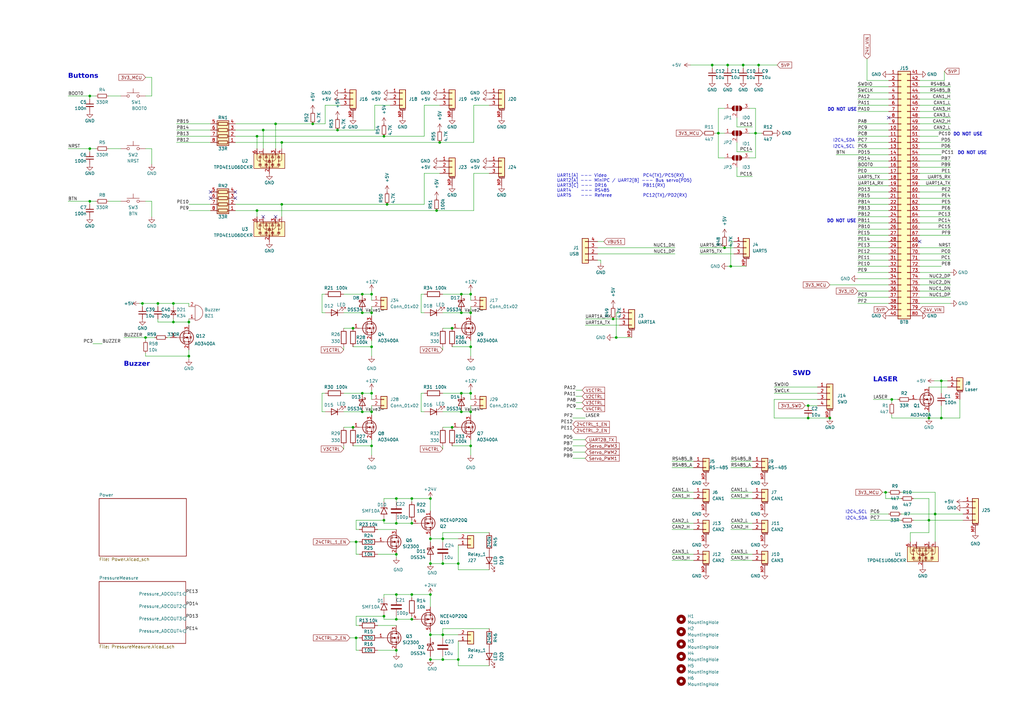
<source format=kicad_sch>
(kicad_sch (version 20231120) (generator "eeschema") (generator_version "8.0")
  (paper "A3")
  (junction (at 299.72 109.22))
  (junction (at 340.36 171.45))
  (junction (at 363.22 201.93))
  (junction (at 113.03 50.8))
  (junction (at 381 171.45))
  (junction (at 193.04 182.88))
  (junction (at 115.57 83.82))
  (junction (at 115.57 58.42))
  (junction (at 162.56 227.33))
  (junction (at 138.43 53.34))
  (junction (at 168.91 214.63))
  (junction (at 107.95 53.34))
  (junction (at 298.45 26.67))
  (junction (at 189.23 161.29))
  (junction (at 144.78 175.26))
  (junction (at 162.56 243.84))
  (junction (at 162.56 254))
  (junction (at 193.04 168.91))
  (junction (at 304.8 26.67))
  (junction (at 105.41 86.36))
  (junction (at 292.1 26.67))
  (junction (at 152.4 168.91))
  (junction (at 77.47 132.08))
  (junction (at 181.61 260.35))
  (junction (at 146.05 222.25))
  (junction (at 148.59 128.27))
  (junction (at 148.59 168.91))
  (junction (at 189.23 168.91))
  (junction (at 146.05 261.62))
  (junction (at 36.83 60.96))
  (junction (at 331.47 166.37))
  (junction (at 176.53 260.35))
  (junction (at 189.23 120.65))
  (junction (at 152.4 161.29))
  (junction (at 168.91 243.84))
  (junction (at 58.42 124.46))
  (junction (at 189.23 128.27))
  (junction (at 64.77 124.46))
  (junction (at 193.04 142.24))
  (junction (at 162.56 266.7))
  (junction (at 71.12 132.08))
  (junction (at 309.88 54.61))
  (junction (at 193.04 120.65))
  (junction (at 152.4 182.88))
  (junction (at 185.42 175.26))
  (junction (at 181.61 231.14))
  (junction (at 36.83 82.55))
  (junction (at 176.53 270.51))
  (junction (at 187.96 270.51))
  (junction (at 128.27 50.8))
  (junction (at 162.56 204.47))
  (junction (at 251.46 130.81))
  (junction (at 71.12 124.46))
  (junction (at 383.54 210.82))
  (junction (at 152.4 128.27))
  (junction (at 162.56 214.63))
  (junction (at 157.48 213.36))
  (junction (at 152.4 142.24))
  (junction (at 157.48 55.88))
  (junction (at 181.61 220.98))
  (junction (at 297.18 101.6))
  (junction (at 105.41 55.88))
  (junction (at 36.83 39.37))
  (junction (at 176.53 231.14))
  (junction (at 59.69 138.43))
  (junction (at 176.53 204.47))
  (junction (at 144.78 134.62))
  (junction (at 331.47 171.45))
  (junction (at 158.75 83.82))
  (junction (at 152.4 120.65))
  (junction (at 179.07 86.36))
  (junction (at 386.08 171.45))
  (junction (at 187.96 231.14))
  (junction (at 386.08 156.21))
  (junction (at 148.59 161.29))
  (junction (at 157.48 252.73))
  (junction (at 181.61 270.51))
  (junction (at 168.91 254))
  (junction (at 193.04 128.27))
  (junction (at 180.34 58.42))
  (junction (at 294.64 54.61))
  (junction (at 185.42 134.62))
  (junction (at 176.53 220.98))
  (junction (at 176.53 243.84))
  (junction (at 381 213.36))
  (junction (at 365.76 163.83))
  (junction (at 193.04 161.29))
  (junction (at 252.73 138.43))
  (junction (at 311.15 26.67))
  (junction (at 148.59 120.65))
  (junction (at 168.91 204.47))
  (junction (at 77.47 146.05))
  (no_connect (at 364.49 48.26))
  (no_connect (at 86.36 81.28))
  (no_connect (at 96.52 81.28))
  (no_connect (at 96.52 78.74))
  (no_connect (at 377.19 99.06))
  (no_connect (at 86.36 78.74))
  (no_connect (at 113.03 88.9))
  (no_connect (at 107.95 88.9))
  (wire (pts (xy 187.96 223.52) (xy 187.96 231.14)))
  (wire (pts (xy 294.64 54.61) (xy 294.64 44.45)))
  (wire (pts (xy 299.72 204.47) (xy 308.61 204.47)))
  (wire (pts (xy 181.61 229.87) (xy 181.61 231.14)))
  (wire (pts (xy 358.14 163.83) (xy 365.76 163.83)))
  (wire (pts (xy 386.08 156.21) (xy 388.62 156.21)))
  (wire (pts (xy 238.76 160.02) (xy 236.22 160.02)))
  (wire (pts (xy 140.97 142.24) (xy 140.97 143.51)))
  (wire (pts (xy 146.05 217.17) (xy 147.32 217.17)))
  (wire (pts (xy 389.89 111.76) (xy 377.19 111.76)))
  (wire (pts (xy 304.8 26.67) (xy 311.15 26.67)))
  (wire (pts (xy 251.46 138.43) (xy 252.73 138.43)))
  (wire (pts (xy 236.22 165.1) (xy 238.76 165.1)))
  (wire (pts (xy 389.89 114.3) (xy 377.19 114.3)))
  (wire (pts (xy 386.08 166.37) (xy 386.08 171.45)))
  (wire (pts (xy 386.08 156.21) (xy 386.08 161.29)))
  (wire (pts (xy 168.91 213.36) (xy 168.91 214.63)))
  (wire (pts (xy 173.99 83.82) (xy 173.99 71.12)))
  (wire (pts (xy 342.9 63.5) (xy 364.49 63.5)))
  (wire (pts (xy 77.47 86.36) (xy 86.36 86.36)))
  (wire (pts (xy 383.54 201.93) (xy 383.54 210.82)))
  (wire (pts (xy 389.89 101.6) (xy 377.19 101.6)))
  (wire (pts (xy 389.89 124.46) (xy 377.19 124.46)))
  (wire (pts (xy 364.49 58.42) (xy 351.79 58.42)))
  (wire (pts (xy 62.23 82.55) (xy 62.23 88.9)))
  (wire (pts (xy 162.56 254) (xy 168.91 254)))
  (wire (pts (xy 389.89 38.1) (xy 377.19 38.1)))
  (wire (pts (xy 364.49 96.52) (xy 351.79 96.52)))
  (wire (pts (xy 389.89 66.04) (xy 377.19 66.04)))
  (wire (pts (xy 157.48 214.63) (xy 162.56 214.63)))
  (wire (pts (xy 384.81 55.88) (xy 377.19 55.88)))
  (wire (pts (xy 381 158.75) (xy 388.62 158.75)))
  (wire (pts (xy 36.83 39.37) (xy 36.83 40.64)))
  (wire (pts (xy 383.159 156.21) (xy 386.08 156.21)))
  (wire (pts (xy 389.89 50.8) (xy 377.19 50.8)))
  (wire (pts (xy 157.48 204.47) (xy 157.48 205.74)))
  (wire (pts (xy 193.04 146.05) (xy 193.04 142.24)))
  (wire (pts (xy 162.56 204.47) (xy 168.91 204.47)))
  (wire (pts (xy 133.35 50.8) (xy 133.35 43.18)))
  (wire (pts (xy 181.61 269.24) (xy 181.61 270.51)))
  (wire (pts (xy 185.42 142.24) (xy 193.04 142.24)))
  (wire (pts (xy 297.18 64.77) (xy 294.64 64.77)))
  (wire (pts (xy 71.12 124.46) (xy 77.47 124.46)))
  (wire (pts (xy 44.45 39.37) (xy 49.53 39.37)))
  (wire (pts (xy 364.49 81.28) (xy 351.79 81.28)))
  (wire (pts (xy 72.39 53.34) (xy 86.36 53.34)))
  (wire (pts (xy 162.56 204.47) (xy 162.56 205.74)))
  (wire (pts (xy 252.73 128.27) (xy 254 128.27)))
  (wire (pts (xy 59.69 60.96) (xy 62.23 60.96)))
  (wire (pts (xy 299.72 109.22) (xy 306.07 109.22)))
  (wire (pts (xy 309.88 44.45) (xy 309.88 54.61)))
  (wire (pts (xy 299.72 227.33) (xy 308.61 227.33)))
  (wire (pts (xy 133.35 43.18) (xy 139.7 43.18)))
  (wire (pts (xy 50.8 138.43) (xy 59.69 138.43)))
  (wire (pts (xy 389.89 43.18) (xy 377.19 43.18)))
  (wire (pts (xy 36.83 60.96) (xy 39.37 60.96)))
  (wire (pts (xy 140.97 134.62) (xy 144.78 134.62)))
  (wire (pts (xy 162.56 214.63) (xy 168.91 214.63)))
  (wire (pts (xy 59.69 138.43) (xy 63.5 138.43)))
  (wire (pts (xy 193.04 142.24) (xy 193.04 139.7)))
  (wire (pts (xy 374.65 213.36) (xy 381 213.36)))
  (wire (pts (xy 364.49 43.18) (xy 351.79 43.18)))
  (wire (pts (xy 176.53 231.14) (xy 181.61 231.14)))
  (wire (pts (xy 176.53 270.51) (xy 176.53 269.24)))
  (wire (pts (xy 152.4 120.65) (xy 152.4 123.19)))
  (wire (pts (xy 364.49 38.1) (xy 351.79 38.1)))
  (wire (pts (xy 176.53 231.14) (xy 176.53 229.87)))
  (wire (pts (xy 59.69 139.7) (xy 59.69 138.43)))
  (wire (pts (xy 245.11 106.68) (xy 246.38 106.68)))
  (wire (pts (xy 361.95 201.93) (xy 363.22 201.93)))
  (wire (pts (xy 140.97 175.26) (xy 144.78 175.26)))
  (wire (pts (xy 381 213.36) (xy 381 218.44)))
  (wire (pts (xy 59.69 31.75) (xy 62.23 31.75)))
  (wire (pts (xy 68.58 138.43) (xy 69.85 138.43)))
  (wire (pts (xy 302.26 68.58) (xy 302.26 72.39)))
  (wire (pts (xy 148.59 161.29) (xy 152.4 161.29)))
  (wire (pts (xy 140.97 182.88) (xy 140.97 184.15)))
  (wire (pts (xy 173.99 43.18) (xy 180.34 43.18)))
  (wire (pts (xy 200.66 273.05) (xy 187.96 273.05)))
  (wire (pts (xy 247.65 99.06) (xy 245.11 99.06)))
  (wire (pts (xy 189.23 168.91) (xy 193.04 168.91)))
  (wire (pts (xy 364.49 114.3) (xy 351.79 114.3)))
  (wire (pts (xy 364.49 55.88) (xy 351.79 55.88)))
  (wire (pts (xy 389.89 35.56) (xy 377.19 35.56)))
  (wire (pts (xy 240.03 180.34) (xy 234.95 180.34)))
  (wire (pts (xy 298.45 26.67) (xy 304.8 26.67)))
  (wire (pts (xy 176.53 260.35) (xy 176.53 259.08)))
  (wire (pts (xy 240.03 182.88) (xy 234.95 182.88)))
  (wire (pts (xy 157.48 243.84) (xy 157.48 245.11)))
  (wire (pts (xy 236.22 162.56) (xy 238.76 162.56)))
  (wire (pts (xy 364.49 99.06) (xy 351.79 99.06)))
  (wire (pts (xy 317.5 158.75) (xy 335.28 158.75)))
  (wire (pts (xy 105.41 86.36) (xy 105.41 88.9)))
  (wire (pts (xy 153.67 43.18) (xy 160.02 43.18)))
  (wire (pts (xy 389.89 53.34) (xy 377.19 53.34)))
  (wire (pts (xy 148.59 168.91) (xy 152.4 168.91)))
  (wire (pts (xy 148.59 120.65) (xy 152.4 120.65)))
  (wire (pts (xy 294.64 54.61) (xy 294.64 64.77)))
  (wire (pts (xy 389.89 45.72) (xy 377.19 45.72)))
  (wire (pts (xy 364.49 88.9) (xy 351.79 88.9)))
  (wire (pts (xy 72.39 50.8) (xy 86.36 50.8)))
  (wire (pts (xy 146.05 261.62) (xy 147.32 261.62)))
  (wire (pts (xy 173.99 71.12) (xy 180.34 71.12)))
  (wire (pts (xy 364.49 93.98) (xy 351.79 93.98)))
  (wire (pts (xy 387.35 33.02) (xy 377.19 33.02)))
  (wire (pts (xy 132.08 120.65) (xy 133.35 120.65)))
  (wire (pts (xy 194.31 71.12) (xy 200.66 71.12)))
  (wire (pts (xy 364.49 104.14) (xy 351.79 104.14)))
  (wire (pts (xy 27.94 82.55) (xy 36.83 82.55)))
  (wire (pts (xy 275.59 229.87) (xy 284.48 229.87)))
  (wire (pts (xy 181.61 142.24) (xy 181.61 143.51)))
  (wire (pts (xy 193.04 160.02) (xy 193.04 161.29)))
  (wire (pts (xy 181.61 270.51) (xy 187.96 270.51)))
  (wire (pts (xy 389.89 83.82) (xy 377.19 83.82)))
  (wire (pts (xy 389.89 40.64) (xy 377.19 40.64)))
  (wire (pts (xy 172.72 120.65) (xy 173.99 120.65)))
  (wire (pts (xy 96.52 58.42) (xy 115.57 58.42)))
  (wire (pts (xy 387.35 29.21) (xy 387.35 33.02)))
  (wire (pts (xy 176.53 204.47) (xy 176.53 209.55)))
  (wire (pts (xy 113.03 50.8) (xy 113.03 60.96)))
  (wire (pts (xy 152.4 119.38) (xy 152.4 120.65)))
  (wire (pts (xy 294.64 54.61) (xy 297.18 54.61)))
  (wire (pts (xy 364.49 45.72) (xy 351.79 45.72)))
  (wire (pts (xy 38.1 140.97) (xy 41.91 140.97)))
  (wire (pts (xy 27.94 60.96) (xy 36.83 60.96)))
  (wire (pts (xy 381 171.45) (xy 386.08 171.45)))
  (wire (pts (xy 153.67 53.34) (xy 153.67 43.18)))
  (wire (pts (xy 77.47 146.05) (xy 77.47 147.32)))
  (wire (pts (xy 96.52 50.8) (xy 113.03 50.8)))
  (wire (pts (xy 317.5 163.83) (xy 317.5 171.45)))
  (wire (pts (xy 72.39 55.88) (xy 86.36 55.88)))
  (wire (pts (xy 132.08 168.91) (xy 133.35 168.91)))
  (wire (pts (xy 245.11 101.6) (xy 276.86 101.6)))
  (wire (pts (xy 176.53 243.84) (xy 176.53 248.92)))
  (wire (pts (xy 44.45 60.96) (xy 49.53 60.96)))
  (wire (pts (xy 132.08 120.65) (xy 132.08 128.27)))
  (wire (pts (xy 172.72 120.65) (xy 172.72 128.27)))
  (wire (pts (xy 152.4 142.24) (xy 152.4 139.7)))
  (wire (pts (xy 36.83 60.96) (xy 36.83 62.23)))
  (wire (pts (xy 236.22 167.64) (xy 238.76 167.64)))
  (wire (pts (xy 71.12 132.08) (xy 77.47 132.08)))
  (wire (pts (xy 193.04 182.88) (xy 193.04 180.34)))
  (wire (pts (xy 194.31 43.18) (xy 200.66 43.18)))
  (wire (pts (xy 176.53 220.98) (xy 176.53 219.71)))
  (wire (pts (xy 194.31 86.36) (xy 194.31 71.12)))
  (wire (pts (xy 275.59 201.93) (xy 284.48 201.93)))
  (wire (pts (xy 181.61 182.88) (xy 181.61 184.15)))
  (wire (pts (xy 185.42 182.88) (xy 193.04 182.88)))
  (wire (pts (xy 115.57 83.82) (xy 115.57 88.9)))
  (wire (pts (xy 162.56 243.84) (xy 162.56 245.11)))
  (wire (pts (xy 200.66 218.44) (xy 181.61 218.44)))
  (wire (pts (xy 251.46 130.81) (xy 254 130.81)))
  (wire (pts (xy 275.59 204.47) (xy 284.48 204.47)))
  (wire (pts (xy 181.61 218.44) (xy 181.61 220.98)))
  (wire (pts (xy 140.97 128.27) (xy 148.59 128.27)))
  (wire (pts (xy 383.54 210.82) (xy 394.97 210.82)))
  (wire (pts (xy 176.53 270.51) (xy 181.61 270.51)))
  (wire (pts (xy 365.76 170.18) (xy 365.76 171.45)))
  (wire (pts (xy 240.03 130.81) (xy 251.46 130.81)))
  (wire (pts (xy 383.54 210.82) (xy 383.54 222.25)))
  (wire (pts (xy 64.77 132.08) (xy 71.12 132.08)))
  (wire (pts (xy 363.22 204.47) (xy 363.22 201.93)))
  (wire (pts (xy 77.47 132.08) (xy 77.47 133.35)))
  (wire (pts (xy 240.03 171.45) (xy 234.95 171.45)))
  (wire (pts (xy 168.91 245.11) (xy 168.91 243.84)))
  (wire (pts (xy 356.87 210.82) (xy 364.49 210.82)))
  (wire (pts (xy 193.04 186.69) (xy 193.04 182.88)))
  (wire (pts (xy 44.45 82.55) (xy 49.53 82.55)))
  (wire (pts (xy 152.4 186.69) (xy 152.4 182.88)))
  (wire (pts (xy 386.08 109.22) (xy 377.19 109.22)))
  (wire (pts (xy 147.32 227.33) (xy 146.05 227.33)))
  (wire (pts (xy 152.4 146.05) (xy 152.4 142.24)))
  (wire (pts (xy 330.2 166.37) (xy 331.47 166.37)))
  (wire (pts (xy 179.07 86.36) (xy 194.31 86.36)))
  (wire (pts (xy 176.53 260.35) (xy 181.61 260.35)))
  (wire (pts (xy 299.72 109.22) (xy 299.72 99.06)))
  (wire (pts (xy 299.72 229.87) (xy 308.61 229.87)))
  (wire (pts (xy 364.49 73.66) (xy 351.79 73.66)))
  (wire (pts (xy 189.23 128.27) (xy 193.04 128.27)))
  (wire (pts (xy 140.97 168.91) (xy 148.59 168.91)))
  (wire (pts (xy 132.08 161.29) (xy 132.08 168.91)))
  (wire (pts (xy 364.49 40.64) (xy 351.79 40.64)))
  (wire (pts (xy 187.96 233.68) (xy 187.96 231.14)))
  (wire (pts (xy 364.49 66.04) (xy 351.79 66.04)))
  (wire (pts (xy 36.83 39.37) (xy 39.37 39.37)))
  (wire (pts (xy 386.08 63.5) (xy 377.19 63.5)))
  (wire (pts (xy 193.04 161.29) (xy 193.04 163.83)))
  (wire (pts (xy 369.57 204.47) (xy 363.22 204.47)))
  (wire (pts (xy 275.59 217.17) (xy 284.48 217.17)))
  (wire (pts (xy 59.69 82.55) (xy 62.23 82.55)))
  (wire (pts (xy 146.05 222.25) (xy 147.32 222.25)))
  (wire (pts (xy 107.95 53.34) (xy 107.95 60.96)))
  (wire (pts (xy 181.61 257.81) (xy 181.61 260.35)))
  (wire (pts (xy 299.72 189.23) (xy 308.61 189.23)))
  (wire (pts (xy 189.23 120.65) (xy 193.04 120.65)))
  (wire (pts (xy 355.6 33.02) (xy 364.49 33.02)))
  (wire (pts (xy 283.21 26.67) (xy 292.1 26.67)))
  (wire (pts (xy 194.31 58.42) (xy 194.31 43.18)))
  (wire (pts (xy 36.83 82.55) (xy 39.37 82.55)))
  (wire (pts (xy 389.89 60.96) (xy 377.19 60.96)))
  (wire (pts (xy 364.49 109.22) (xy 351.79 109.22)))
  (wire (pts (xy 389.89 88.9) (xy 377.19 88.9)))
  (wire (pts (xy 331.47 171.45) (xy 340.36 171.45)))
  (wire (pts (xy 115.57 83.82) (xy 158.75 83.82)))
  (wire (pts (xy 240.03 133.35) (xy 254 133.35)))
  (wire (pts (xy 245.11 104.14) (xy 276.86 104.14)))
  (wire (pts (xy 298.45 109.22) (xy 299.72 109.22)))
  (wire (pts (xy 115.57 58.42) (xy 180.34 58.42)))
  (wire (pts (xy 389.89 58.42) (xy 377.19 58.42)))
  (wire (pts (xy 364.49 83.82) (xy 351.79 83.82)))
  (wire (pts (xy 152.4 128.27) (xy 152.4 125.73)))
  (wire (pts (xy 302.26 52.07) (xy 308.61 52.07)))
  (wire (pts (xy 302.26 58.42) (xy 302.26 62.23)))
  (wire (pts (xy 64.77 132.08) (xy 64.77 130.81)))
  (wire (pts (xy 181.61 175.26) (xy 185.42 175.26)))
  (wire (pts (xy 355.6 24.13) (xy 355.6 33.02)))
  (wire (pts (xy 364.49 71.12) (xy 351.79 71.12)))
  (wire (pts (xy 152.4 170.18) (xy 152.4 168.91)))
  (wire (pts (xy 381 204.47) (xy 381 213.36)))
  (wire (pts (xy 152.4 160.02) (xy 152.4 161.29)))
  (wire (pts (xy 302.26 48.26) (xy 302.26 52.07)))
  (wire (pts (xy 307.34 54.61) (xy 309.88 54.61)))
  (wire (pts (xy 181.61 220.98) (xy 181.61 222.25)))
  (wire (pts (xy 172.72 168.91) (xy 172.72 161.29)))
  (wire (pts (xy 200.66 233.68) (xy 187.96 233.68)))
  (wire (pts (xy 364.49 35.56) (xy 351.79 35.56)))
  (wire (pts (xy 71.12 124.46) (xy 71.12 125.73)))
  (wire (pts (xy 59.69 146.05) (xy 77.47 146.05)))
  (wire (pts (xy 180.34 58.42) (xy 194.31 58.42)))
  (wire (pts (xy 364.49 106.68) (xy 351.79 106.68)))
  (wire (pts (xy 58.42 124.46) (xy 64.77 124.46)))
  (wire (pts (xy 364.49 111.76) (xy 351.79 111.76)))
  (wire (pts (xy 364.49 50.8) (xy 351.79 50.8)))
  (wire (pts (xy 365.76 163.83) (xy 365.76 165.1)))
  (wire (pts (xy 181.61 161.29) (xy 189.23 161.29)))
  (wire (pts (xy 193.04 128.27) (xy 193.04 125.73)))
  (wire (pts (xy 297.18 101.6) (xy 300.99 101.6)))
  (wire (pts (xy 172.72 168.91) (xy 173.99 168.91)))
  (wire (pts (xy 200.66 257.81) (xy 181.61 257.81)))
  (wire (pts (xy 389.89 116.84) (xy 377.19 116.84)))
  (wire (pts (xy 356.87 213.36) (xy 369.57 213.36)))
  (wire (pts (xy 389.89 96.52) (xy 377.19 96.52)))
  (wire (pts (xy 105.41 55.88) (xy 105.41 60.96)))
  (wire (pts (xy 389.89 48.26) (xy 377.19 48.26)))
  (wire (pts (xy 386.08 171.45) (xy 393.7 171.45)))
  (wire (pts (xy 176.53 261.62) (xy 176.53 260.35)))
  (wire (pts (xy 132.08 128.27) (xy 133.35 128.27)))
  (wire (pts (xy 154.94 266.7) (xy 162.56 266.7)))
  (wire (pts (xy 168.91 205.74) (xy 168.91 204.47)))
  (wire (pts (xy 146.05 252.73) (xy 157.48 252.73)))
  (wire (pts (xy 181.61 260.35) (xy 181.61 261.62)))
  (wire (pts (xy 140.97 120.65) (xy 148.59 120.65)))
  (wire (pts (xy 302.26 72.39) (xy 308.61 72.39)))
  (wire (pts (xy 176.53 222.25) (xy 176.53 220.98)))
  (wire (pts (xy 389.89 73.66) (xy 377.19 73.66)))
  (wire (pts (xy 187.96 262.89) (xy 187.96 270.51)))
  (wire (pts (xy 389.89 71.12) (xy 377.19 71.12)))
  (wire (pts (xy 77.47 130.81) (xy 77.47 132.08)))
  (wire (pts (xy 176.53 220.98) (xy 181.61 220.98)))
  (wire (pts (xy 364.49 101.6) (xy 351.79 101.6)))
  (wire (pts (xy 105.41 86.36) (xy 179.07 86.36)))
  (wire (pts (xy 162.56 267.97) (xy 162.56 266.7)))
  (wire (pts (xy 172.72 161.29) (xy 173.99 161.29)))
  (wire (pts (xy 365.76 171.45) (xy 381 171.45)))
  (wire (pts (xy 252.73 138.43) (xy 259.08 138.43)))
  (wire (pts (xy 173.99 55.88) (xy 173.99 43.18)))
  (wire (pts (xy 317.5 161.29) (xy 335.28 161.29)))
  (wire (pts (xy 162.56 213.36) (xy 162.56 214.63)))
  (wire (pts (xy 389.89 78.74) (xy 377.19 78.74)))
  (wire (pts (xy 294.64 44.45) (xy 297.18 44.45)))
  (wire (pts (xy 77.47 125.73) (xy 77.47 124.46)))
  (wire (pts (xy 152.4 182.88) (xy 152.4 180.34)))
  (wire (pts (xy 77.47 83.82) (xy 86.36 83.82)))
  (wire (pts (xy 369.57 201.93) (xy 383.54 201.93)))
  (wire (pts (xy 304.8 26.67) (xy 304.8 27.94)))
  (wire (pts (xy 152.4 129.54) (xy 152.4 128.27)))
  (wire (pts (xy 287.02 101.6) (xy 297.18 101.6)))
  (wire (pts (xy 292.1 26.67) (xy 298.45 26.67)))
  (wire (pts (xy 154.94 227.33) (xy 162.56 227.33)))
  (wire (pts (xy 317.5 171.45) (xy 331.47 171.45)))
  (wire (pts (xy 144.78 182.88) (xy 152.4 182.88)))
  (wire (pts (xy 364.49 116.84) (xy 340.36 116.84)))
  (wire (pts (xy 27.94 39.37) (xy 36.83 39.37)))
  (wire (pts (xy 158.75 83.82) (xy 173.99 83.82)))
  (wire (pts (xy 113.03 50.8) (xy 128.27 50.8)))
  (wire (pts (xy 187.96 273.05) (xy 187.96 270.51)))
  (wire (pts (xy 128.27 50.8) (xy 133.35 50.8)))
  (wire (pts (xy 58.42 124.46) (xy 58.42 125.73)))
  (wire (pts (xy 364.49 68.58) (xy 351.79 68.58)))
  (wire (pts (xy 147.32 266.7) (xy 146.05 266.7)))
  (wire (pts (xy 62.23 39.37) (xy 59.69 39.37)))
  (wire (pts (xy 381 213.36) (xy 394.97 213.36)))
  (wire (pts (xy 36.83 82.55) (xy 36.83 83.82)))
  (wire (pts (xy 309.88 54.61) (xy 312.42 54.61)))
  (wire (pts (xy 189.23 161.29) (xy 193.04 161.29)))
  (wire (pts (xy 154.94 256.54) (xy 162.56 256.54)))
  (wire (pts (xy 275.59 227.33) (xy 284.48 227.33)))
  (wire (pts (xy 389.89 86.36) (xy 377.19 86.36)))
  (wire (pts (xy 168.91 252.73) (xy 168.91 254)))
  (wire (pts (xy 181.61 128.27) (xy 189.23 128.27)))
  (wire (pts (xy 162.56 252.73) (xy 162.56 254)))
  (wire (pts (xy 157.48 252.73) (xy 157.48 254)))
  (wire (pts (xy 364.49 91.44) (xy 351.79 91.44)))
  (wire (pts (xy 275.59 189.23) (xy 284.48 189.23)))
  (wire (pts (xy 389.89 81.28) (xy 377.19 81.28)))
  (wire (pts (xy 307.34 44.45) (xy 309.88 44.45)))
  (wire (pts (xy 168.91 243.84) (xy 176.53 243.84)))
  (wire (pts (xy 105.41 55.88) (xy 157.48 55.88)))
  (wire (pts (xy 364.49 78.74) (xy 351.79 78.74)))
  (wire (pts (xy 96.52 55.88) (xy 105.41 55.88)))
  (wire (pts (xy 252.73 138.43) (xy 252.73 128.27)))
  (wire (pts (xy 389.89 68.58) (xy 377.19 68.58)))
  (wire (pts (xy 181.61 260.35) (xy 187.96 260.35)))
  (wire (pts (xy 157.48 213.36) (xy 157.48 214.63)))
  (wire (pts (xy 287.02 104.14) (xy 300.99 104.14)))
  (wire (pts (xy 309.88 54.61) (xy 309.88 64.77)))
  (wire (pts (xy 389.89 91.44) (xy 377.19 91.44)))
  (wire (pts (xy 146.05 266.7) (xy 146.05 261.62)))
  (wire (pts (xy 275.59 214.63) (xy 284.48 214.63)))
  (wire (pts (xy 157.48 55.88) (xy 173.99 55.88)))
  (wire (pts (xy 64.77 124.46) (xy 64.77 125.73)))
  (wire (pts (xy 389.89 121.92) (xy 377.19 121.92)))
  (wire (pts (xy 143.51 261.62) (xy 146.05 261.62)))
  (wire (pts (xy 146.05 256.54) (xy 146.05 252.73)))
  (wire (pts (xy 393.7 171.45) (xy 393.7 163.83)))
  (wire (pts (xy 389.89 106.68) (xy 377.19 106.68)))
  (wire (pts (xy 240.03 187.96) (xy 234.95 187.96)))
  (wire (pts (xy 140.97 161.29) (xy 148.59 161.29)))
  (wire (pts (xy 389.89 104.14) (xy 377.19 104.14)))
  (wire (pts (xy 107.95 53.34) (xy 138.43 53.34)))
  (wire (pts (xy 146.05 256.54) (xy 147.32 256.54)))
  (wire (pts (xy 154.94 217.17) (xy 162.56 217.17)))
  (wire (pts (xy 309.88 64.77) (xy 307.34 64.77)))
  (wire (pts (xy 364.49 121.92) (xy 351.79 121.92)))
  (wire (pts (xy 62.23 31.75) (xy 62.23 39.37)))
  (wire (pts (xy 157.48 254) (xy 162.56 254)))
  (wire (pts (xy 363.22 201.93) (xy 364.49 201.93)))
  (wire (pts (xy 181.61 220.98) (xy 187.96 220.98)))
  (wire (pts (xy 275.59 191.77) (xy 284.48 191.77)))
  (wire (pts (xy 172.72 128.27) (xy 173.99 128.27)))
  (wire (pts (xy 96.52 86.36) (xy 105.41 86.36)))
  (wire (pts (xy 373.38 218.44) (xy 381 218.44)))
  (wire (pts (xy 298.45 26.67) (xy 298.45 27.94)))
  (wire (pts (xy 364.49 124.46) (xy 351.79 124.46)))
  (wire (pts (xy 146.05 217.17) (xy 146.05 213.36)))
  (wire (pts (xy 162.56 228.6) (xy 162.56 227.33)))
  (wire (pts (xy 64.77 124.46) (xy 71.12 124.46)))
  (wire (pts (xy 374.65 204.47) (xy 381 204.47)))
  (wire (pts (xy 381 168.91) (xy 381 171.45)))
  (wire (pts (xy 72.39 58.42) (xy 86.36 58.42)))
  (wire (pts (xy 193.04 119.38) (xy 193.04 120.65)))
  (wire (pts (xy 311.15 26.67) (xy 311.15 27.94)))
  (wire (pts (xy 157.48 243.84) (xy 162.56 243.84)))
  (wire (pts (xy 162.56 243.84) (xy 168.91 243.84)))
  (wire (pts (xy 168.91 204.47) (xy 176.53 204.47)))
  (wire (pts (xy 373.38 222.25) (xy 373.38 218.44)))
  (wire (pts (xy 389.89 93.98) (xy 377.19 93.98)))
  (wire (pts (xy 364.49 86.36) (xy 351.79 86.36)))
  (wire (pts (xy 115.57 58.42) (xy 115.57 60.96)))
  (wire (pts (xy 292.1 26.67) (xy 292.1 27.94)))
  (wire (pts (xy 299.72 191.77) (xy 308.61 191.77)))
  (wire (pts (xy 77.47 143.51) (xy 77.47 146.05)))
  (wire (pts (xy 311.15 26.67) (xy 318.77 26.67)))
  (wire (pts (xy 365.76 163.83) (xy 368.3 163.83)))
  (wire (pts (xy 59.69 144.78) (xy 59.69 146.05)))
  (wire (pts (xy 181.61 120.65) (xy 189.23 120.65)))
  (wire (pts (xy 181.61 168.91) (xy 189.23 168.91)))
  (wire (pts (xy 144.78 142.24) (xy 152.4 142.24)))
  (wire (pts (xy 143.51 222.25) (xy 146.05 222.25)))
  (wire (pts (xy 299.72 201.93) (xy 308.61 201.93)))
  (wire (pts (xy 299.72 217.17) (xy 308.61 217.17)))
  (wire (pts (xy 193.04 129.54) (xy 193.04 128.27)))
  (wire (pts (xy 364.49 76.2) (xy 351.79 76.2)))
  (wire (pts (xy 157.48 204.47) (xy 162.56 204.47)))
  (wire (pts (xy 96.52 83.82) (xy 115.57 83.82)))
  (wire (pts (xy 71.12 130.81) (xy 71.12 132.08)))
  (wire (pts (xy 369.57 210.82) (xy 383.54 210.82)))
  (wire (pts (xy 193.04 170.18) (xy 193.04 168.91)))
  (wire (pts (xy 146.05 213.36) (xy 157.48 213.36)))
  (wire (pts (xy 193.04 168.91) (xy 193.04 166.37)))
  (wire (pts (xy 193.04 120.65) (xy 193.04 123.19)))
  (wire (pts (xy 299.72 214.63) (xy 308.61 214.63)))
  (wire (pts (xy 96.52 53.34) (xy 107.95 53.34)))
  (wire (pts (xy 335.28 163.83) (xy 317.5 163.83)))
  (wire (pts (xy 293.37 54.61) (xy 294.64 54.61)))
  (wire (pts (xy 331.47 166.37) (xy 335.28 166.37)))
  (wire (pts (xy 389.89 119.38) (xy 377.19 119.38)))
  (wire (pts (xy 302.26 62.23) (xy 308.61 62.23)))
  (wire (pts (xy 246.38 106.68) (xy 246.38 107.95)))
  (wire (pts (xy 234.95 185.42) (xy 240.03 185.42)))
  (wire (pts (xy 146.05 227.33) (xy 146.05 222.25)))
  (wire (pts (xy 181.61 134.62) (xy 185.42 134.62)))
  (wire (pts (xy 364.49 53.34) (xy 351.79 53.34)))
  (wire (pts (xy 364.49 60.96) (xy 351.79 60.96)))
  (wire (pts (xy 138.43 53.34) (xy 153.67 53.34)))
  (wire (pts (xy 152.4 168.91) (xy 152.4 166.37)))
  (wire (pts (xy 152.4 161.29) (xy 152.4 163.83)))
  (wire (pts (xy 148.59 128.27) (xy 152.4 128.27)))
  (wire (pts (xy 57.15 124.46) (xy 58.42 124.46)))
  (wire (pts (xy 181.61 231.14) (xy 187.96 231.14)))
  (wire (pts (xy 132.08 161.29) (xy 133.35 161.29)))
  (wire (pts (xy 299.72 99.06) (xy 300.99 99.06)))
  (wire (pts (xy 389.89 76.2) (xy 377.19 76.2)))
  (wire (pts (xy 62.23 60.96) (xy 62.23 67.31)))
  (wire (pts (xy 364.49 119.38) (xy 351.79 119.38)))
  (text "I2C4_SDA" (at 341.63 58.42 0) (effects (font (size 1.27 1.27)) (justify left bottom)))
  (text "DO NOT USE" (at 339.344 45.72 0) (effects (font (size 1.27 1.27) (thickness 0.254) (bold yes)) (justify left bottom)))
  (text "Buttons" (at 27.94 33.02 0) (effects (font (size 2 2) (thickness 0.4) (bold yes)) (justify left bottom)))
  (text "Buzzer" (at 50.8 151.13 0) (effects (font (size 2 2) (thickness 0.4) (bold yes)) (justify left bottom)))
  (text "DO NOT USE" (at 392.684 63.5 0) (effects (font (size 1.27 1.27) (thickness 0.254) (bold yes)) (justify left bottom)))
  (text "SWD" (at 325.12 154.94 0) (effects (font (size 2 2) (thickness 0.4) (bold yes)) (justify left bottom)))
  (text "I2C4_SCL" (at 341.63 60.96 0) (effects (font (size 1.27 1.27)) (justify left bottom)))
  (text "DO NOT USE" (at 339.09 91.44 0) (effects (font (size 1.27 1.27) (thickness 0.254) (bold yes)) (justify left bottom)))
  (text "LASER" (at 358.14 157.48 0) (effects (font (size 2 2) (thickness 0.4) (bold yes)) (justify left bottom)))
  (text "UART1[A] --- Video			PC4(TX)/PC5(RX)                                \nUART2[A] --- MiniPC / UART2[B] --- Bus servo(PD5)\nUART3[C] --- DR16			PB11(RX)\nUART4    --- RS485\nUART5    --- Referee		PC12(TX)/PD2(RX)\n" (at 228.346 76.2 0) (effects (font (size 1.27 1.27)) (justify left)))
  (text "DO NOT USE" (at 390.906 55.88 0) (effects (font (size 1.27 1.27) (thickness 0.254) (bold yes)) (justify left bottom)))
  (text "I2C4_SCL" (at 346.71 210.82 0) (effects (font (size 1.27 1.27)) (justify left bottom)))
  (text "I2C4_SDA" (at 346.71 213.36 0) (effects (font (size 1.27 1.27)) (justify left bottom)))
  (label "PF9" (at 389.89 96.52 180))
  (label "PE1" (at 389.89 71.12 180))
  (label "PC15" (at 389.89 93.98 180))
  (label "PA10" (at 351.79 45.72 0))
  (label "PD5" (at 234.95 180.34 180))
  (label "UART1A_TX" (at 389.89 76.2 180))
  (label "PE10" (at 351.79 109.22 0))
  (label "PD14" (at 76.2 248.666 0))
  (label "PC6" (at 356.87 210.82 0))
  (label "PB14" (at 351.79 83.82 0))
  (label "PD15" (at 351.79 63.5 0))
  (label "PD13" (at 76.2 253.746 0))
  (label "UART1A_TX" (at 240.03 133.35 0))
  (label "PB10" (at 351.79 93.98 0))
  (label "PC1" (at 389.89 106.68 180))
  (label "PD14" (at 351.79 66.04 0))
  (label "PC7" (at 356.87 213.36 0))
  (label "PE12" (at 234.95 173.99 180))
  (label "PB9" (at 389.89 68.58 180))
  (label "PE11" (at 351.79 106.68 0))
  (label "PD13" (at 351.79 78.74 0))
  (label "NUC1_DP" (at 389.89 121.92 180))
  (label "PA12" (at 351.79 40.64 0))
  (label "PE0" (at 351.79 71.12 0))
  (label "RS485_A" (at 389.89 35.56 180))
  (label "UART5_TX" (at 287.02 104.14 0))
  (label "NUC1_DP" (at 276.86 104.14 180))
  (label "UART5_RX" (at 389.89 73.66 180))
  (label "PC11" (at 386.08 63.5 0))
  (label "PE6" (at 389.89 86.36 180))
  (label "CAN1_L" (at 299.72 201.93 0))
  (label "PC10" (at 384.81 55.88 0))
  (label "PC9" (at 351.79 53.34 0))
  (label "PC7" (at 351.79 58.42 0))
  (label "CAN1_H" (at 389.89 40.64 180))
  (label "PE10" (at 77.47 83.82 180))
  (label "PA12" (at 236.22 160.02 180))
  (label "PE5" (at 389.89 83.82 180))
  (label "PA8" (at 351.79 50.8 0))
  (label "CAN3_L" (at 389.89 48.26 180))
  (label "UART5_RX" (at 287.02 101.6 0))
  (label "PC0" (at 389.89 104.14 180))
  (label "UART5_TX" (at 351.79 73.66 0))
  (label "BUZZER" (at 50.8 138.43 0))
  (label "Valve2-" (at 190.5 128.27 0))
  (label "CAN3_H" (at 389.89 45.72 180))
  (label "PE14" (at 351.79 99.06 0))
  (label "BTN" (at 27.94 82.55 0))
  (label "RS485_B" (at 275.59 189.23 0))
  (label "PB12" (at 351.79 88.9 0))
  (label "CAN1_L" (at 275.59 201.93 0))
  (label "PB7" (at 389.89 66.04 180))
  (label "PC9" (at 236.22 167.64 180))
  (label "CAN3_L" (at 299.72 227.33 0))
  (label "RS485_A" (at 299.72 191.77 0))
  (label "SWDIO" (at 351.79 35.56 0))
  (label "CAN1_H" (at 275.59 204.47 0))
  (label "PC13" (at 389.89 88.9 180))
  (label "PF2" (at 351.79 124.46 0))
  (label "CAN2_H" (at 299.72 217.17 0))
  (label "RS485_A" (at 275.59 191.77 0))
  (label "NRST" (at 389.89 101.6 180))
  (label "PE2" (at 389.89 78.74 180))
  (label "NUC2_DN" (at 389.89 116.84 180))
  (label "Valve4-" (at 190.5 168.91 0))
  (label "CAN2_H" (at 389.89 50.8 180))
  (label "PC6" (at 351.79 60.96 0))
  (label "NUC2_DP" (at 389.89 114.3 180))
  (label "PB12" (at 72.39 58.42 0))
  (label "PB13" (at 72.39 55.88 0))
  (label "PD6" (at 389.89 60.96 180))
  (label "PB14" (at 72.39 53.34 0))
  (label "UART1A_RX" (at 240.03 130.81 0))
  (label "CAN2_L" (at 389.89 53.34 180))
  (label "CAN3_L" (at 275.59 227.33 0))
  (label "PD5" (at 389.89 58.42 180))
  (label "RS485_B" (at 389.89 38.1 180))
  (label "BOOT0" (at 351.79 68.58 0))
  (label "PD6" (at 234.95 185.42 180))
  (label "PA11" (at 236.22 162.56 180))
  (label "CAN2_H" (at 275.59 217.17 0))
  (label "RS485_B" (at 299.72 189.23 0))
  (label "PC15" (at 308.61 72.39 180))
  (label "NRST" (at 27.94 60.96 0))
  (label "Valve1-" (at 149.86 128.27 0))
  (label "Valve3-" (at 149.86 168.91 0))
  (label "PE9" (at 77.47 86.36 180))
  (label "PB7" (at 234.95 182.88 180))
  (label "PC13" (at 308.61 52.07 180))
  (label "PF2" (at 234.95 171.45 180))
  (label "PB11" (at 351.79 91.44 0))
  (label "BTN" (at 342.9 63.5 0))
  (label "NUC1_DN" (at 389.89 119.38 180))
  (label "PB15" (at 351.79 81.28 0))
  (label "NUC1_DN" (at 276.86 101.6 180))
  (label "PB13" (at 351.79 86.36 0))
  (label "BUZZER" (at 41.91 140.97 0))
  (label "SWCLK" (at 351.79 38.1 0))
  (label "PC8" (at 351.79 55.88 0))
  (label "PE13" (at 351.79 101.6 0))
  (label "CAN2_L" (at 275.59 214.63 0))
  (label "PE4" (at 389.89 81.28 180))
  (label "SWCLK" (at 317.5 161.29 0))
  (label "BOOT0" (at 27.94 39.37 0))
  (label "CAN2_L" (at 299.72 214.63 0))
  (label "PE8" (at 386.08 109.22 0))
  (label "PC3" (at 351.79 121.92 0))
  (label "PE9" (at 351.79 111.76 0))
  (label "PC14" (at 389.89 91.44 180))
  (label "PC14" (at 308.61 62.23 180))
  (label "CAN3_H" (at 299.72 229.87 0))
  (label "UART1A_RX" (at 351.79 76.2 0))
  (label "LASER" (at 358.14 163.83 0))
  (label "LASER" (at 240.03 171.45 0))
  (label "PE11" (at 234.95 176.53 180))
  (label "CAN1_H" (at 299.72 204.47 0))
  (label "PE13" (at 76.2 243.586 0))
  (label "CAN3_H" (at 275.59 229.87 0))
  (label "CAN1_L" (at 389.89 43.18 180))
  (label "PB9" (at 234.95 187.96 180))
  (label "PE12" (at 351.79 104.14 0))
  (label "PA11" (at 351.79 43.18 0))
  (label "PE14" (at 76.2 258.826 0))
  (label "SWDIO" (at 317.5 158.75 0))
  (label "PE15" (at 351.79 96.52 0))
  (label "PB15" (at 72.39 50.8 0))
  (label "PA8" (at 236.22 165.1 180))
  (label "PC3" (at 38.1 140.97 180))
  (global_label "V3CTRL" (shape input) (at 140.97 184.15 180) (property "Intersheetrefs" "${INTERSHEET_REFS}" (effects (hide yes))))
  (global_label "V1CTRL" (shape input) (at 140.97 143.51 180) (property "Intersheetrefs" "${INTERSHEET_REFS}" (effects (hide yes))))
  (global_label "V2CTRL" (shape input) (at 181.61 143.51 180) (property "Intersheetrefs" "${INTERSHEET_REFS}" (effects (hide yes))))
  (global_label "5VP" (shape input) (at 364.49 127 180) (property "Intersheetrefs" "${INTERSHEET_REFS}" (effects (hide yes))))
  (global_label "3V3_MCU" (shape input) (at 288.29 54.61 180) (property "Intersheetrefs" "${INTERSHEET_REFS}" (effects (hide yes))))
  (global_label "24CTRL_2_EN" (shape input) (at 143.51 261.62 180) (property "Intersheetrefs" "${INTERSHEET_REFS}" (effects (hide yes))))
  (global_label "Servo_PWM3" (shape input) (at 240.03 182.88 0) (property "Intersheetrefs" "${INTERSHEET_REFS}" (effects (hide yes))))
  (global_label "V4CTRL" (shape input) (at 238.76 167.64 0) (property "Intersheetrefs" "${INTERSHEET_REFS}" (effects (hide yes))))
  (global_label "24CTRL_2_EN" (shape input) (at 234.95 176.53 0) (property "Intersheetrefs" "${INTERSHEET_REFS}" (effects (hide yes))))
  (global_label "UART2B_TX" (shape input) (at 240.03 180.34 0) (property "Intersheetrefs" "${INTERSHEET_REFS}" (effects (hide yes))))
  (global_label "V2CTRL" (shape input) (at 238.76 162.56 0) (property "Intersheetrefs" "${INTERSHEET_REFS}" (effects (hide yes))))
  (global_label "24V_VIN" (shape input) (at 355.6 24.13 90) (property "Intersheetrefs" "${INTERSHEET_REFS}" (effects (hide yes))))
  (global_label "3V3_MCU" (shape input) (at 59.69 31.75 180) (property "Intersheetrefs" "${INTERSHEET_REFS}" (effects (hide yes))))
  (global_label "3V3_SWD" (shape input) (at 330.2 166.37 180) (property "Intersheetrefs" "${INTERSHEET_REFS}" (effects (hide yes))))
  (global_label "3V3_MCU" (shape input) (at 340.36 116.84 180) (property "Intersheetrefs" "${INTERSHEET_REFS}" (effects (hide yes))))
  (global_label "24CTRL_1_EN" (shape input) (at 143.51 222.25 180) (property "Intersheetrefs" "${INTERSHEET_REFS}" (effects (hide yes))))
  (global_label "Servo_PWM1" (shape input) (at 240.03 187.96 0) (property "Intersheetrefs" "${INTERSHEET_REFS}" (effects (hide yes))))
  (global_label "Servo_PWM2" (shape input) (at 240.03 185.42 0) (property "Intersheetrefs" "${INTERSHEET_REFS}" (effects (hide yes))))
  (global_label "VBUS1" (shape input) (at 247.65 99.06 0) (property "Intersheetrefs" "${INTERSHEET_REFS}" (effects (hide yes))))
  (global_label "5VP" (shape input) (at 318.77 26.67 0) (property "Intersheetrefs" "${INTERSHEET_REFS}" (effects (hide yes))))
  (global_label "3V3_IO" (shape input) (at 351.79 119.38 180) (property "Intersheetrefs" "${INTERSHEET_REFS}" (effects (hide yes))))
  (global_label "V4CTRL" (shape input) (at 181.61 184.15 180) (property "Intersheetrefs" "${INTERSHEET_REFS}" (effects (hide yes))))
  (global_label "V1CTRL" (shape input) (at 238.76 160.02 0) (property "Intersheetrefs" "${INTERSHEET_REFS}" (effects (hide yes))))
  (global_label "5VP" (shape input) (at 387.35 29.21 0) (property "Intersheetrefs" "${INTERSHEET_REFS}" (effects (hide yes))))
  (global_label "V3CTRL" (shape input) (at 238.76 165.1 0) (property "Intersheetrefs" "${INTERSHEET_REFS}" (effects (hide yes))))
  (global_label "3V3_MCU" (shape input) (at 361.95 201.93 180) (property "Intersheetrefs" "${INTERSHEET_REFS}" (effects (hide yes))))
  (global_label "24CTRL_1_EN" (shape input) (at 234.95 173.99 0) (property "Intersheetrefs" "${INTERSHEET_REFS}" (effects (hide yes))))
  (global_label "24V_VIN" (shape input) (at 377.19 127 0) (property "Intersheetrefs" "${INTERSHEET_REFS}" (effects (hide yes))))
  (symbol (lib_id "power:GND") (at 313.69 234.95 0) (unit 1)
    (property "Reference" "#PWR013" (effects (hide yes)))
    (property "Value" "GND" (at 309.88 236.22 0))
  )
  (symbol (lib_id "power:+5V") (at 297.18 96.52 0) (unit 1)
    (property "Reference" "#PWR052" (effects (hide yes)))
    (property "Value" "+5V" (at 297.18 92.71 90) (effects (justify left)))
  )
  (symbol (lib_id "power:GND") (at 251.46 138.43 270) (unit 1)
    (property "Reference" "#PWR03" (effects (hide yes)))
    (property "Value" "GND" (at 246.38 138.43 90))
  )
  (symbol (lib_id "power:GND") (at 304.8 33.02 0) (unit 1)
    (property "Reference" "#PWR039" (effects (hide yes)))
    (property "Value" "GND" (at 304.8 36.83 0))
  )
  (symbol (lib_id "Connector_Generic_MountingPin:Conn_01x03_MountingPin") (at 165.1 40.64 0) (unit 1)
    (property "Reference" "J18" (at 167.64 40.64 0) (effects (justify left)))
    (property "Value" "Conn_01x03_MountingPin" (effects (hide yes)))
    (property "Footprint" "Connector_JST:JST_GH_BM03B-GHS-TBT_1x03-1MP_P1.25mm_Vertical" (effects (hide yes)))
  )
  (symbol (lib_id "Device:LED") (at 137.16 128.27 180) (unit 1)
    (property "Reference" "D12" (at 134.874 125.476 0))
    (property "Value" "LED" (at 139.954 124.968 0))
    (property "Footprint" "LED_SMD:LED_0603_1608Metric" (effects (hide yes)))
  )
  (symbol (lib_id "Device:R_Small") (at 290.83 54.61 90) (mirror x) (unit 1)
    (property "Reference" "R11" (at 290.83 52.07 90))
    (property "Value" "4k7" (at 290.83 57.15 90))
    (property "Footprint" "Resistor_SMD:R_0603_1608Metric" (effects (hide yes)))
  )
  (symbol (lib_id "Transistor_FET:AON6411") (at 173.99 254 0) (mirror x) (unit 1)
    (property "Reference" "Q10" (at 180.34 255.2701 0) (effects (justify left)))
    (property "Value" "NCE40P20Q" (at 180.34 252.7301 0) (effects (justify left)))
    (property "Footprint" "0_RM2024:DFN-8-1EP_3x3mm_P0.65mm_EP1.5x2.25mm" (effects (hide yes)))
    (property "Datasheet" "http://www.aosmd.com/res/data_sheets/AON6411.pdf" (effects (hide yes)))
    (property "Description" "-85A Id, -20V Vds, P-Channel MOSFET, DFN-8" (effects (hide yes)))
  )
  (symbol (lib_id "Device:R") (at 137.16 120.65 90) (unit 1)
    (property "Reference" "R21" (at 134.874 118.11 90))
    (property "Value" "100k" (at 140.208 118.11 90))
    (property "Footprint" "Resistor_SMD:R_0603_1608Metric" (effects (hide yes)))
  )
  (symbol (lib_id "Device:R") (at 140.97 138.43 180) (unit 1)
    (property "Reference" "R26" (at 137.668 137.16 0))
    (property "Value" "330" (at 137.668 139.954 0))
    (property "Footprint" "Resistor_SMD:R_0603_1608Metric" (effects (hide yes)))
  )
  (symbol (lib_id "AEX7 Others:TPD4E1U06DCKR") (at 110.49 66.04 0) (unit 1)
    (property "Reference" "U2" (at 99.06 66.04 0) (effects (justify left)))
    (property "Value" "TPD4E1U06DCKR" (at 87.63 68.58 0) (effects (justify left)))
    (property "Footprint" "Package_TO_SOT_SMD:SOT-363_SC-70-6" (effects (hide yes)))
    (property "Datasheet" "http://www.onsemi.com/pub_link/Collateral/NUP4202W1-D.PDF" (effects (hide yes)))
  )
  (symbol (lib_id "Connector_Generic:Conn_01x02") (at 198.12 163.83 0) (unit 1)
    (property "Reference" "J29" (at 200.66 163.8299 0) (effects (justify left)))
    (property "Value" "Conn_01x02" (at 200.66 166.3699 0) (effects (justify left)))
    (property "Footprint" "Connector_JST:JST_PH_B2B-PH-K_1x02_P2.00mm_Vertical" (effects (hide yes)))
    (property "Description" "Generic connector, single row, 01x02, script generated (kicad-library-utils/schlib/autogen/connector/)" (effects (hide yes)))
  )
  (symbol (lib_id "Device:R") (at 185.42 138.43 0) (unit 1)
    (property "Reference" "R36" (at 186.69 138.43 0) (effects (justify left)))
    (property "Value" "100k" (at 186.69 140.351 0) (effects (justify left)))
    (property "Footprint" "Resistor_SMD:R_0603_1608Metric" (effects (hide yes)))
  )
  (symbol (lib_id "Device:R") (at 151.13 227.33 90) (unit 1)
    (property "Reference" "R25" (at 151.13 224.79 90))
    (property "Value" "10k" (at 151.13 227.33 90))
    (property "Footprint" "Resistor_SMD:R_0603_1608Metric" (effects (hide yes)))
  )
  (symbol (lib_id "Device:R") (at 185.42 179.07 0) (unit 1)
    (property "Reference" "R33" (at 186.69 179.07 0) (effects (justify left)))
    (property "Value" "100k" (at 186.69 180.991 0) (effects (justify left)))
    (property "Footprint" "Resistor_SMD:R_0603_1608Metric" (effects (hide yes)))
  )
  (symbol (lib_id "Device:R_Small") (at 367.03 201.93 90) (mirror x) (unit 1)
    (property "Reference" "R9" (at 367.03 199.39 90))
    (property "Value" "4k7" (at 367.03 204.47 90))
    (property "Footprint" "Resistor_SMD:R_0603_1608Metric" (effects (hide yes)))
  )
  (symbol (lib_id "power:GND") (at 139.7 38.1 270) (unit 1)
    (property "Reference" "#PWR034" (effects (hide yes)))
    (property "Value" "GND" (at 135.89 38.1 90) (effects (justify right)))
  )
  (symbol (lib_id "Switch:SW_Push") (at 54.61 82.55 0) (unit 1)
    (property "Reference" "SW3" (at 54.61 85.09 0))
    (property "Value" "BTN" (at 54.61 87.63 0))
    (property "Footprint" "Button_Switch_SMD:SW_SPST_TL3342" (effects (hide yes)))
  )
  (symbol (lib_id "Device:R_Small") (at 41.91 60.96 90) (mirror x) (unit 1)
    (property "Reference" "R5" (at 41.91 58.42 90))
    (property "Value" "330R" (at 41.91 63.5 90))
    (property "Footprint" "Resistor_SMD:R_0603_1608Metric" (effects (hide yes)))
  )
  (symbol (lib_id "power:+5V") (at 283.21 26.67 90) (unit 1)
    (property "Reference" "#PWR030" (effects (hide yes)))
    (property "Value" "+5V" (at 279.4 26.67 90) (effects (justify left)))
  )
  (symbol (lib_id "Device:R_Small") (at 138.43 50.8 0) (mirror x) (unit 1)
    (property "Reference" "R53" (at 135.89 50.8 90))
    (property "Value" "4.7K" (at 140.97 50.8 90))
    (property "Footprint" "Resistor_SMD:R_0603_1608Metric" (effects (hide yes)))
  )
  (symbol (lib_id "Device:LED") (at 137.16 168.91 180) (unit 1)
    (property "Reference" "D15" (at 134.874 166.116 0))
    (property "Value" "LED" (at 139.954 165.608 0))
    (property "Footprint" "LED_SMD:LED_0603_1608Metric" (effects (hide yes)))
  )
  (symbol (lib_id "Mechanical:MountingHole") (at 279.4 259.08 0) (unit 1)
    (property "Reference" "H2" (at 281.94 257.81 0) (effects (justify left)))
    (property "Value" "MountingHole" (at 281.94 260.35 0) (effects (justify left)))
    (property "Footprint" "MountingHole:MountingHole_3.2mm_M3_DIN965_Pad" (effects (hide yes)))
  )
  (symbol (lib_id "Transistor_FET:AO3400A") (at 190.5 134.62 0) (unit 1)
    (property "Reference" "Q9" (at 195.58 137.16 0) (effects (justify left)))
    (property "Value" "AO3400A" (at 195.58 139.7 0) (effects (justify left)))
    (property "Footprint" "Package_TO_SOT_SMD:SOT-23" (effects (hide yes)))
    (property "Datasheet" "http://www.aosmd.com/pdfs/datasheet/AO3400A.pdf" (effects (hide yes)))
  )
  (symbol (lib_name "GND_16") (lib_id "power:GND") (at 152.4 186.69 0) (unit 1)
    (property "Reference" "#PWR0100" (effects (hide yes)))
    (property "Value" "GND" (at 152.4 191.77 0))
  )
  (symbol (lib_id "power:GND") (at 205.74 48.26 0) (unit 1)
    (property "Reference" "#PWR049" (effects (hide yes)))
    (property "Value" "GND" (at 205.74 52.07 0))
  )
  (symbol (lib_id "Mechanical:MountingHole") (at 279.4 254 0) (unit 1)
    (property "Reference" "H1" (at 281.94 252.73 0) (effects (justify left)))
    (property "Value" "MountingHole" (at 281.94 255.27 0) (effects (justify left)))
    (property "Footprint" "MountingHole:MountingHole_3.2mm_M3_DIN965_Pad" (effects (hide yes)))
  )
  (symbol (lib_id "Device:C_Small") (at 36.83 43.18 0) (mirror y) (unit 1)
    (property "Reference" "C5" (at 35.56 41.91 0) (effects (justify left)))
    (property "Value" "100n" (at 35.56 44.45 0) (effects (justify left)))
    (property "Footprint" "Capacitor_SMD:C_0603_1608Metric" (effects (hide yes)))
  )
  (symbol (lib_id "power:GND") (at 292.1 33.02 0) (unit 1)
    (property "Reference" "#PWR041" (effects (hide yes)))
    (property "Value" "GND" (at 292.1 36.83 0))
  )
  (symbol (lib_id "Device:R_Small") (at 59.69 142.24 0) (unit 1)
    (property "Reference" "R58" (at 60.96 140.97 0) (effects (justify left)))
    (property "Value" "10k" (at 60.96 143.51 0) (effects (justify left)))
    (property "Footprint" "Resistor_SMD:R_0603_1608Metric" (effects (hide yes)))
  )
  (symbol (lib_id "power:+5V") (at 57.15 124.46 90) (unit 1)
    (property "Reference" "#PWR0121" (effects (hide yes)))
    (property "Value" "+5V" (at 50.8 124.46 90) (effects (justify right)))
  )
  (symbol (lib_name "+12V_5") (lib_id "power:+12V") (at 152.4 160.02 0) (unit 1)
    (property "Reference" "#PWR098" (effects (hide yes)))
    (property "Value" "+12V" (at 152.4 156.21 0))
  )
  (symbol (lib_id "Device:R") (at 144.78 138.43 0) (unit 1)
    (property "Reference" "R28" (at 146.05 138.43 0) (effects (justify left)))
    (property "Value" "100k" (at 146.05 140.351 0) (effects (justify left)))
    (property "Footprint" "Resistor_SMD:R_0603_1608Metric" (effects (hide yes)))
  )
  (symbol (lib_id "power:GND") (at 176.53 231.14 0) (unit 1)
    (property "Reference" "#PWR094" (effects (hide yes)))
    (property "Value" "GND" (at 175.26 234.95 0) (effects (justify left)))
  )
  (symbol (lib_id "Device:R_Pack04") (at 91.44 81.28 90) (unit 1)
    (property "Reference" "RN2" (at 91.44 76.2 90))
    (property "Value" "33R" (at 91.44 88.9 90))
    (property "Footprint" "Resistor_SMD:R_Array_Concave_4x0603" (effects (hide yes)))
  )
  (symbol (lib_id "Connector_Generic_MountingPin:Conn_01x03_MountingPin") (at 205.74 40.64 0) (unit 1)
    (property "Reference" "J20" (at 208.28 40.64 0) (effects (justify left)))
    (property "Value" "Conn_01x03_MountingPin" (effects (hide yes)))
    (property "Footprint" "Connector_JST:JST_GH_BM03B-GHS-TBT_1x03-1MP_P1.25mm_Vertical" (effects (hide yes)))
  )
  (symbol (lib_id "Device:D_Schottky") (at 189.23 165.1 270) (unit 1)
    (property "Reference" "D14" (at 186.69 162.814 90))
    (property "Value" "DSS34" (at 186.182 167.64 90))
    (property "Footprint" "Diode_SMD:D_SMF" (effects (hide yes)))
  )
  (symbol (lib_id "power:GND") (at 289.56 234.95 0) (unit 1)
    (property "Reference" "#PWR015" (effects (hide yes)))
    (property "Value" "GND" (at 285.75 236.22 0))
  )
  (symbol (lib_id "Device:R_Small") (at 179.07 83.82 0) (mirror x) (unit 1)
    (property "Reference" "R51" (at 176.53 83.82 90))
    (property "Value" "100k" (at 181.61 83.82 90))
    (property "Footprint" "Resistor_SMD:R_0603_1608Metric" (effects (hide yes)))
  )
  (symbol (lib_id "Device:R_Small") (at 365.76 167.64 0) (mirror y) (unit 1)
    (property "Reference" "R1" (at 364.49 166.37 0) (effects (justify left)))
    (property "Value" "4k7" (at 364.49 168.91 0) (effects (justify left)))
    (property "Footprint" "Resistor_SMD:R_0603_1608Metric" (effects (hide yes)))
  )
  (symbol (lib_id "Device:C") (at 162.56 209.55 0) (unit 1)
    (property "Reference" "C22" (at 162.306 206.756 0) (effects (justify left)))
    (property "Value" "100p" (at 162.56 212.09 0) (effects (justify left)))
    (property "Footprint" "Capacitor_SMD:C_0603_1608Metric" (effects (hide yes)))
    (property "Description" "Unpolarized capacitor" (effects (hide yes)))
  )
  (symbol (lib_id "power:GND") (at 377.19 30.48 90) (unit 1)
    (property "Reference" "#PWR022" (effects (hide yes)))
    (property "Value" "GND" (at 382.27 30.48 90))
  )
  (symbol (lib_id "Device:C_Small") (at 36.83 64.77 0) (mirror y) (unit 1)
    (property "Reference" "C6" (at 35.56 63.5 0) (effects (justify left)))
    (property "Value" "100n" (at 35.56 66.04 0) (effects (justify left)))
    (property "Footprint" "Capacitor_SMD:C_0603_1608Metric" (effects (hide yes)))
  )
  (symbol (lib_id "Connector_Generic:Conn_02x40_Top_Bottom") (at 369.57 78.74 0) (unit 1)
    (property "Reference" "J15" (at 370.84 27.94 0))
    (property "Value" "BTB" (at 370.84 132.08 0))
    (property "Footprint" "AEX7 Others:BTB_P0.8mm_2x40pin_M" (effects (hide yes)))
  )
  (symbol (lib_id "Mechanical:MountingHole") (at 279.4 264.16 0) (unit 1)
    (property "Reference" "H3" (at 281.94 262.89 0) (effects (justify left)))
    (property "Value" "MountingHole" (at 281.94 265.43 0) (effects (justify left)))
    (property "Footprint" "MountingHole:MountingHole_3.2mm_M3_DIN965_Pad" (effects (hide yes)))
  )
  (symbol (lib_id "Connector_Generic_MountingPin:Conn_01x04_MountingPin") (at 400.05 208.28 0) (unit 1)
    (property "Reference" "J25" (at 402.59 209.2706 0) (effects (justify left)))
    (property "Value" "Conn_01x04_MountingPin" (effects (hide yes)))
    (property "Footprint" "Connector_JST:JST_GH_BM04B-GHS-TBT_1x04-1MP_P1.25mm_Vertical" (effects (hide yes)))
  )
  (symbol (lib_id "Connector_Generic:Conn_01x02") (at 157.48 123.19 0) (unit 1)
    (property "Reference" "J34" (at 160.02 123.1899 0) (effects (justify left)))
    (property "Value" "Conn_01x02" (at 160.02 125.7299 0) (effects (justify left)))
    (property "Footprint" "Connector_JST:JST_PH_B2B-PH-K_1x02_P2.00mm_Vertical" (effects (hide yes)))
    (property "Description" "Generic connector, single row, 01x02, script generated (kicad-library-utils/schlib/autogen/connector/)" (effects (hide yes)))
  )
  (symbol (lib_id "Diode:SMF10A") (at 157.48 209.55 270) (unit 1)
    (property "Reference" "D10" (at 154.686 207.01 90) (effects (justify left)))
    (property "Value" "SMF10A" (at 148.336 209.55 90) (effects (justify left)))
    (property "Footprint" "Diode_SMD:D_SMF" (effects (hide yes)))
    (property "Datasheet" "https://www.vishay.com/doc?85881" (effects (hide yes)))
  )
  (symbol (lib_id "Connector_Generic_MountingPin:Conn_01x02_MountingPin") (at 289.56 214.63 0) (unit 1)
    (property "Reference" "J13" (at 292.1 214.63 0) (effects (justify left)))
    (property "Value" "CAN2" (at 292.1 217.17 0) (effects (justify left)))
    (property "Footprint" "Connector_JST:JST_GH_BM02B-GHS-TBT_1x02-1MP_P1.25mm_Vertical" (effects (hide yes)))
  )
  (symbol (lib_id "power:GND") (at 62.23 67.31 0) (unit 1)
    (property "Reference" "#PWR067" (effects (hide yes)))
    (property "Value" "GND" (at 62.23 71.12 0))
  )
  (symbol (lib_id "Device:D_Schottky") (at 176.53 226.06 270) (unit 1)
    (property "Reference" "D11" (at 172.72 226.06 90))
    (property "Value" "DSS34" (at 171.45 228.6 90))
    (property "Footprint" "Diode_SMD:D_SMF" (effects (hide yes)))
  )
  (symbol (lib_id "Device:R_Small") (at 157.48 53.34 0) (mirror x) (unit 1)
    (property "Reference" "R54" (at 154.94 53.34 90))
    (property "Value" "4.7K" (at 160.02 53.34 90))
    (property "Footprint" "Resistor_SMD:R_0603_1608Metric" (effects (hide yes)))
  )
  (symbol (lib_id "Connector_Generic_MountingPin:Conn_01x02_MountingPin") (at 313.69 227.33 0) (unit 1)
    (property "Reference" "J10" (at 316.23 227.33 0) (effects (justify left)))
    (property "Value" "CAN3" (at 316.23 229.87 0) (effects (justify left)))
    (property "Footprint" "Connector_JST:JST_GH_BM02B-GHS-TBT_1x02-1MP_P1.25mm_Vertical" (effects (hide yes)))
  )
  (symbol (lib_id "Device:C_Small") (at 298.45 30.48 0) (unit 1)
    (property "Reference" "C11" (at 299.72 29.21 0) (effects (justify left)))
    (property "Value" "10u" (at 299.72 31.75 0) (effects (justify left)))
    (property "Footprint" "Capacitor_SMD:C_0603_1608Metric" (effects (hide yes)))
  )
  (symbol (lib_id "Device:R") (at 200.66 222.25 180) (unit 1)
    (property "Reference" "R45" (at 203.2 222.25 90))
    (property "Value" "240k" (at 200.66 222.25 90))
    (property "Footprint" "Resistor_SMD:R_0603_1608Metric" (effects (hide yes)))
  )
  (symbol (lib_id "Device:LED") (at 177.8 168.91 180) (unit 1)
    (property "Reference" "D16" (at 175.514 166.116 0))
    (property "Value" "LED" (at 180.594 165.608 0))
    (property "Footprint" "LED_SMD:LED_0603_1608Metric" (effects (hide yes)))
  )
  (symbol (lib_id "power:+5V") (at 179.07 81.28 0) (unit 1)
    (property "Reference" "#PWR0134" (effects (hide yes)))
    (property "Value" "+5V" (at 179.07 77.47 90) (effects (justify left)))
  )
  (symbol (lib_id "Device:C") (at 162.56 248.92 0) (unit 1)
    (property "Reference" "C21" (at 162.306 246.126 0) (effects (justify left)))
    (property "Value" "100p" (at 162.56 251.46 0) (effects (justify left)))
    (property "Footprint" "Capacitor_SMD:C_0603_1608Metric" (effects (hide yes)))
    (property "Description" "Unpolarized capacitor" (effects (hide yes)))
  )
  (symbol (lib_id "power:GND") (at 340.36 171.45 0) (unit 1)
    (property "Reference" "#PWR017" (effects (hide yes)))
    (property "Value" "GND" (at 340.36 175.26 0))
  )
  (symbol (lib_id "Device:R_Small") (at 158.75 81.28 0) (mirror x) (unit 1)
    (property "Reference" "R50" (at 156.21 81.28 90))
    (property "Value" "4.7K" (at 161.29 81.28 90))
    (property "Footprint" "Resistor_SMD:R_0603_1608Metric" (effects (hide yes)))
  )
  (symbol (lib_id "Device:R_Small") (at 372.11 213.36 90) (mirror x) (unit 1)
    (property "Reference" "R7" (at 372.11 210.82 90))
    (property "Value" "33R" (at 372.11 215.9 90))
    (property "Footprint" "Resistor_SMD:R_0603_1608Metric" (effects (hide yes)))
  )
  (symbol (lib_id "power:GND") (at 364.49 30.48 270) (unit 1)
    (property "Reference" "#PWR019" (effects (hide yes)))
    (property "Value" "GND" (at 359.41 30.48 90))
  )
  (symbol (lib_id "Device:R") (at 140.97 179.07 180) (unit 1)
    (property "Reference" "R29" (at 137.668 177.8 0))
    (property "Value" "330" (at 137.668 180.594 0))
    (property "Footprint" "Resistor_SMD:R_0603_1608Metric" (effects (hide yes)))
  )
  (symbol (lib_id "power:GND") (at 110.49 99.06 0) (unit 1)
    (property "Reference" "#PWR050" (effects (hide yes)))
    (property "Value" "GND" (at 110.49 102.87 0))
  )
  (symbol (lib_id "Device:C_Small") (at 64.77 128.27 0) (unit 1)
    (property "Reference" "C40" (at 66.04 127 0) (effects (justify left)))
    (property "Value" "20p" (at 66.04 129.54 0) (effects (justify left)))
    (property "Footprint" "Capacitor_SMD:C_0603_1608Metric" (effects (hide yes)))
  )
  (symbol (lib_id "power:GND") (at 162.56 228.6 0) (unit 1)
    (property "Reference" "#PWR093" (effects (hide yes)))
    (property "Value" "GND" (at 161.29 233.68 0) (effects (justify left)))
  )
  (symbol (lib_id "Connector_Generic_MountingPin:Conn_01x04_MountingPin") (at 340.36 161.29 0) (unit 1)
    (property "Reference" "J14" (at 343.408 162.2806 0) (effects (justify left)))
    (property "Value" "SWD" (at 343.408 164.8206 0) (effects (justify left)))
    (property "Footprint" "Connector_Molex:Molex_PicoBlade_53261-0471_1x04-1MP_P1.25mm_Horizontal" (effects (hide yes)))
  )
  (symbol (lib_id "Device:R") (at 168.91 248.92 180) (unit 1)
    (property "Reference" "R14" (at 172.72 246.38 0))
    (property "Value" "10k" (at 172.72 248.92 0))
    (property "Footprint" "Resistor_SMD:R_0603_1608Metric" (effects (hide yes)))
  )
  (symbol (lib_id "power:+24V") (at 176.53 204.47 0) (unit 1)
    (property "Reference" "#PWR092" (effects (hide yes)))
    (property "Value" "+24V" (at 179.07 200.66 0) (effects (justify right)))
  )
  (symbol (lib_id "power:GND") (at 176.53 270.51 0) (unit 1)
    (property "Reference" "#PWR024" (effects (hide yes)))
    (property "Value" "GND" (at 175.26 274.32 0) (effects (justify left)))
  )
  (symbol (lib_name "+12V_5") (lib_id "power:+12V") (at 193.04 119.38 0) (unit 1)
    (property "Reference" "#PWR0101" (effects (hide yes)))
    (property "Value" "+12V" (at 193.04 115.57 0))
  )
  (symbol (lib_id "Connector_Generic_MountingPin:Conn_01x02_MountingPin") (at 289.56 227.33 0) (unit 1)
    (property "Reference" "J12" (at 292.1 227.33 0) (effects (justify left)))
    (property "Value" "CAN2" (at 292.1 229.87 0) (effects (justify left)))
    (property "Footprint" "Connector_JST:JST_GH_BM02B-GHS-TBT_1x02-1MP_P1.25mm_Vertical" (effects (hide yes)))
  )
  (symbol (lib_id "Connector_Generic:Conn_01x04") (at 240.03 104.14 180) (unit 1)
    (property "Reference" "J1" (at 237.49 101.6 0) (effects (justify left)))
    (property "Value" "USB" (at 237.49 104.14 0) (effects (justify left)))
    (property "Footprint" "Connector_JST:JST_PH_B4B-PH-K_1x04_P2.00mm_Vertical" (effects (hide yes)))
  )
  (symbol (lib_id "power:+5V") (at 157.48 50.8 0) (unit 1)
    (property "Reference" "#PWR0137" (effects (hide yes)))
    (property "Value" "+5V" (at 157.48 46.99 90) (effects (justify left)))
  )
  (symbol (lib_id "Device:C") (at 181.61 226.06 0) (unit 1)
    (property "Reference" "C24" (at 182.372 223.774 0) (effects (justify left)))
    (property "Value" "10u" (at 182.118 228.6 0) (effects (justify left)))
    (property "Footprint" "Capacitor_SMD:C_1206_3216Metric" (effects (hide yes)))
  )
  (symbol (lib_id "Connector_Generic_MountingPin:Conn_01x03_MountingPin") (at 144.78 40.64 0) (unit 1)
    (property "Reference" "J16" (at 147.32 40.64 0) (effects (justify left)))
    (property "Value" "Conn_01x03_MountingPin" (effects (hide yes)))
    (property "Footprint" "Connector_JST:JST_GH_BM03B-GHS-TBT_1x03-1MP_P1.25mm_Vertical" (effects (hide yes)))
  )
  (symbol (lib_id "Device:R_Small") (at 314.96 54.61 90) (mirror x) (unit 1)
    (property "Reference" "R12" (at 314.96 52.07 90))
    (property "Value" "4k7" (at 314.96 57.15 90))
    (property "Footprint" "Resistor_SMD:R_0603_1608Metric" (effects (hide yes)))
  )
  (symbol (lib_id "Device:C") (at 181.61 265.43 0) (unit 1)
    (property "Reference" "C23" (at 182.372 263.144 0) (effects (justify left)))
    (property "Value" "10u" (at 182.118 267.97 0) (effects (justify left)))
    (property "Footprint" "Capacitor_SMD:C_1206_3216Metric" (effects (hide yes)))
  )
  (symbol (lib_id "power:GND") (at 62.23 88.9 0) (unit 1)
    (property "Reference" "#PWR068" (effects (hide yes)))
    (property "Value" "GND" (at 62.23 92.71 0))
  )
  (symbol (lib_id "Device:R") (at 144.78 179.07 0) (unit 1)
    (property "Reference" "R27" (at 146.05 179.07 0) (effects (justify left)))
    (property "Value" "100k" (at 146.05 180.991 0) (effects (justify left)))
    (property "Footprint" "Resistor_SMD:R_0603_1608Metric" (effects (hide yes)))
  )
  (symbol (lib_id "Device:R") (at 181.61 138.43 180) (unit 1)
    (property "Reference" "R35" (at 178.308 137.16 0))
    (property "Value" "330" (at 178.308 139.954 0))
    (property "Footprint" "Resistor_SMD:R_0603_1608Metric" (effects (hide yes)))
  )
  (symbol (lib_id "power:+5V") (at 200.66 40.64 90) (unit 1)
    (property "Reference" "#PWR048" (effects (hide yes)))
    (property "Value" "+5V" (at 196.85 40.64 90) (effects (justify left)))
  )
  (symbol (lib_id "Connector_Generic_MountingPin:Conn_01x02_MountingPin") (at 313.69 201.93 0) (unit 1)
    (property "Reference" "J7" (at 316.23 201.93 0) (effects (justify left)))
    (property "Value" "CAN1" (at 316.23 204.47 0) (effects (justify left)))
    (property "Footprint" "Connector_JST:JST_GH_BM02B-GHS-TBT_1x02-1MP_P1.25mm_Vertical" (effects (hide yes)))
  )
  (symbol (lib_id "Device:R_Small") (at 41.91 82.55 90) (mirror x) (unit 1)
    (property "Reference" "R8" (at 41.91 80.01 90))
    (property "Value" "330R" (at 41.91 85.09 90))
    (property "Footprint" "Resistor_SMD:R_0603_1608Metric" (effects (hide yes)))
  )
  (symbol (lib_name "GND_16") (lib_id "power:GND") (at 193.04 146.05 0) (unit 1)
    (property "Reference" "#PWR0103" (effects (hide yes)))
    (property "Value" "GND" (at 193.04 151.13 0))
  )
  (symbol (lib_id "power:GND") (at 36.83 88.9 0) (unit 1)
    (property "Reference" "#PWR065" (effects (hide yes)))
    (property "Value" "GND" (at 36.83 92.71 0))
  )
  (symbol (lib_id "Transistor_FET:AON6411") (at 173.99 214.63 0) (mirror x) (unit 1)
    (property "Reference" "Q2" (at 180.34 215.9001 0) (effects (justify left)))
    (property "Value" "NCE40P20Q" (at 180.34 213.3601 0) (effects (justify left)))
    (property "Footprint" "0_RM2024:DFN-8-1EP_3x3mm_P0.65mm_EP1.5x2.25mm" (effects (hide yes)))
    (property "Datasheet" "http://www.aosmd.com/res/data_sheets/AON6411.pdf" (effects (hide yes)))
    (property "Description" "-85A Id, -20V Vds, P-Channel MOSFET, DFN-8" (effects (hide yes)))
  )
  (symbol (lib_id "Connector_Generic_MountingPin:Conn_01x02_MountingPin") (at 393.7 156.21 0) (unit 1)
    (property "Reference" "J8" (at 395.732 157.2006 0) (effects (justify left)))
    (property "Value" "Laser " (at 395.732 159.7406 0) (effects (justify left)))
    (property "Footprint" "Connector_Molex:Molex_PicoBlade_53261-0271_1x02-1MP_P1.25mm_Horizontal" (effects (hide yes)))
  )
  (symbol (lib_id "power:GND") (at 311.15 33.02 0) (unit 1)
    (property "Reference" "#PWR038" (effects (hide yes)))
    (property "Value" "GND" (at 311.15 36.83 0))
  )
  (symbol (lib_id "power:+5V") (at 394.97 205.74 90) (unit 1)
    (property "Reference" "#PWR029" (effects (hide yes)))
    (property "Value" "+5V" (at 391.16 205.74 90) (effects (justify left)))
  )
  (symbol (lib_id "power:GND") (at 400.05 218.44 0) (mirror y) (unit 1)
    (property "Reference" "#PWR070" (effects (hide yes)))
    (property "Value" "GND" (at 400.05 223.012 0))
  )
  (symbol (lib_id "Connector_Generic_MountingPin:Conn_01x02_MountingPin") (at 289.56 201.93 0) (unit 1)
    (property "Reference" "J6" (at 292.1 201.93 0) (effects (justify left)))
    (property "Value" "CAN1" (at 292.1 204.47 0) (effects (justify left)))
    (property "Footprint" "Connector_JST:JST_GH_BM02B-GHS-TBT_1x02-1MP_P1.25mm_Vertical" (effects (hide yes)))
  )
  (symbol (lib_id "Connector_Generic_MountingPin:Conn_01x03_MountingPin") (at 185.42 40.64 0) (unit 1)
    (property "Reference" "J19" (at 187.96 40.64 0) (effects (justify left)))
    (property "Value" "Conn_01x03_MountingPin" (effects (hide yes)))
    (property "Footprint" "Connector_JST:JST_GH_BM03B-GHS-TBT_1x03-1MP_P1.25mm_Vertical" (effects (hide yes)))
  )
  (symbol (lib_id "power:GND") (at 77.47 147.32 0) (unit 1)
    (property "Reference" "#PWR0124" (effects (hide yes)))
    (property "Value" "GND" (at 77.47 151.13 0))
  )
  (symbol (lib_id "power:+5V") (at 180.34 68.58 90) (unit 1)
    (property "Reference" "#PWR058" (effects (hide yes)))
    (property "Value" "+5V" (at 176.53 68.58 90) (effects (justify left)))
  )
  (symbol (lib_id "power:GND") (at 160.02 38.1 270) (unit 1)
    (property "Reference" "#PWR033" (effects (hide yes)))
    (property "Value" "GND" (at 156.21 38.1 90) (effects (justify right)))
  )
  (symbol (lib_id "power:+5V") (at 180.34 53.34 0) (unit 1)
    (property "Reference" "#PWR0138" (effects (hide yes)))
    (property "Value" "+5V" (at 180.34 49.53 90) (effects (justify left)))
  )
  (symbol (lib_id "Device:R_Small") (at 128.27 48.26 0) (mirror x) (unit 1)
    (property "Reference" "R52" (at 125.73 48.26 90))
    (property "Value" "4.7K" (at 130.81 48.26 90))
    (property "Footprint" "Resistor_SMD:R_0603_1608Metric" (effects (hide yes)))
  )
  (symbol (lib_id "power:GND") (at 185.42 48.26 0) (unit 1)
    (property "Reference" "#PWR046" (effects (hide yes)))
    (property "Value" "GND" (at 185.42 52.07 0))
  )
  (symbol (lib_id "power:GND") (at 317.5 54.61 90) (unit 1)
    (property "Reference" "#PWR020" (effects (hide yes)))
    (property "Value" "GND" (at 322.58 54.61 90))
  )
  (symbol (lib_id "Connector_Generic:Conn_01x02") (at 193.04 223.52 0) (mirror x) (unit 1)
    (property "Reference" "J27" (at 191.77 229.87 0) (effects (justify left)))
    (property "Value" "Relay_1" (at 191.77 227.33 0) (effects (justify left)))
    (property "Footprint" "Connector_AMASS:AMASS_XT30PW-F_1x02_P2.50mm_Horizontal" (effects (hide yes)))
  )
  (symbol (lib_id "Connector_Generic_MountingPin:Conn_01x03_MountingPin") (at 205.74 68.58 0) (unit 1)
    (property "Reference" "J24" (at 208.28 68.58 0) (effects (justify left)))
    (property "Value" "Conn_01x03_MountingPin" (effects (hide yes)))
    (property "Footprint" "Connector_JST:JST_GH_BM03B-GHS-TBT_1x03-1MP_P1.25mm_Vertical" (effects (hide yes)))
  )
  (symbol (lib_id "Device:Buzzer") (at 80.01 128.27 0) (mirror x) (unit 1)
    (property "Reference" "BZ1" (at 83.82 129.54 0) (effects (justify left)))
    (property "Value" "Buzzer" (at 83.82 127 0) (effects (justify left)))
    (property "Footprint" "0_RM2024:MLT-9032" (effects (hide yes)))
  )
  (symbol (lib_id "Connector_Generic:Conn_01x02") (at 157.48 163.83 0) (unit 1)
    (property "Reference" "J28" (at 160.02 163.8299 0) (effects (justify left)))
    (property "Value" "Conn_01x02" (at 160.02 166.3699 0) (effects (justify left)))
    (property "Footprint" "Connector_JST:JST_PH_B2B-PH-K_1x02_P2.00mm_Vertical" (effects (hide yes)))
    (property "Description" "Generic connector, single row, 01x02, script generated (kicad-library-utils/schlib/autogen/connector/)" (effects (hide yes)))
  )
  (symbol (lib_id "power:GND") (at 313.69 222.25 0) (unit 1)
    (property "Reference" "#PWR014" (effects (hide yes)))
    (property "Value" "GND" (at 309.88 223.52 0))
  )
  (symbol (lib_id "power:GND") (at 200.66 66.04 270) (unit 1)
    (property "Reference" "#PWR060" (effects (hide yes)))
    (property "Value" "GND" (at 196.85 66.04 90) (effects (justify right)))
  )
  (symbol (lib_id "Device:R") (at 151.13 217.17 270) (mirror x) (unit 1)
    (property "Reference" "R23" (at 149.098 215.138 90))
    (property "Value" "10k" (at 153.162 215.138 90))
    (property "Footprint" "Resistor_SMD:R_0603_1608Metric" (effects (hide yes)))
  )
  (symbol (lib_id "power:+5V") (at 139.7 40.64 90) (unit 1)
    (property "Reference" "#PWR035" (effects (hide yes)))
    (property "Value" "+5V" (at 135.89 40.64 90) (effects (justify left)))
  )
  (symbol (lib_id "power:GND") (at 289.56 196.85 0) (unit 1)
    (property "Reference" "#PWR07" (effects (hide yes)))
    (property "Value" "GND" (at 285.75 198.12 0))
  )
  (symbol (lib_id "Device:C_Small") (at 386.08 163.83 0) (unit 1)
    (property "Reference" "C1" (at 387.35 162.56 0) (effects (justify left)))
    (property "Value" "100n" (at 387.35 165.1 0) (effects (justify left)))
    (property "Footprint" "Capacitor_SMD:C_0603_1608Metric" (effects (hide yes)))
  )
  (symbol (lib_id "Device:C_Small") (at 58.42 128.27 0) (unit 1)
    (property "Reference" "C39" (at 59.69 127 0) (effects (justify left)))
    (property "Value" "10u" (at 59.69 129.54 0) (effects (justify left)))
    (property "Footprint" "Capacitor_SMD:C_0603_1608Metric" (effects (hide yes)))
  )
  (symbol (lib_id "Device:R_Small") (at 372.11 204.47 90) (mirror x) (unit 1)
    (property "Reference" "R10" (at 372.11 201.93 90))
    (property "Value" "4k7" (at 372.11 207.01 90))
    (property "Footprint" "Resistor_SMD:R_0603_1608Metric" (effects (hide yes)))
  )
  (symbol (lib_id "power:+5V") (at 138.43 48.26 0) (unit 1)
    (property "Reference" "#PWR0136" (effects (hide yes)))
    (property "Value" "+5V" (at 138.43 44.45 90) (effects (justify left)))
  )
  (symbol (lib_id "power:GND") (at 351.79 114.3 270) (mirror x) (unit 1)
    (property "Reference" "#PWR018" (effects (hide yes)))
    (property "Value" "GND" (at 346.71 114.3 90))
  )
  (symbol (lib_id "Device:C_Small") (at 311.15 30.48 0) (unit 1)
    (property "Reference" "C9" (at 312.42 29.21 0) (effects (justify left)))
    (property "Value" "10u" (at 312.42 31.75 0) (effects (justify left)))
    (property "Footprint" "Capacitor_SMD:C_0603_1608Metric" (effects (hide yes)))
  )
  (symbol (lib_id "Transistor_FET:AO3400A") (at 74.93 138.43 0) (unit 1)
    (property "Reference" "Q12" (at 80.264 137.795 0) (effects (justify left)))
    (property "Value" "AO3400A" (at 79.756 140.97 0) (effects (justify left)))
    (property "Footprint" "Package_TO_SOT_SMD:SOT-23" (effects (hide yes)))
    (property "Datasheet" "http://www.aosmd.com/pdfs/datasheet/AO3400A.pdf" (effects (hide yes)))
  )
  (symbol (lib_id "Device:R_Small") (at 66.04 138.43 90) (mirror x) (unit 1)
    (property "Reference" "R59" (at 62.23 137.16 90))
    (property "Value" "330R" (at 71.12 137.16 90))
    (property "Footprint" "Resistor_SMD:R_0603_1608Metric" (effects (hide yes)))
  )
  (symbol (lib_id "Connector_Generic_MountingPin:Conn_01x03_MountingPin") (at 259.08 130.81 0) (unit 1)
    (property "Reference" "J3" (at 261.62 129.54 0) (effects (justify left)))
    (property "Value" "UART1A" (at 261.62 132.08 0) (effects (justify left)))
    (property "Footprint" "Connector_JST:JST_GH_BM03B-GHS-TBT_1x03-1MP_P1.25mm_Vertical" (effects (hide yes)))
  )
  (symbol (lib_id "power:+5V") (at 128.27 45.72 0) (unit 1)
    (property "Reference" "#PWR0135" (effects (hide yes)))
    (property "Value" "+5V" (at 128.27 41.91 90) (effects (justify left)))
  )
  (symbol (lib_id "power:GND") (at 298.45 109.22 270) (unit 1)
    (property "Reference" "#PWR06" (effects (hide yes)))
    (property "Value" "GND" (at 293.37 109.22 90))
  )
  (symbol (lib_name "+12V_5") (lib_id "power:+12V") (at 152.4 119.38 0) (unit 1)
    (property "Reference" "#PWR086" (effects (hide yes)))
    (property "Value" "+12V" (at 152.4 115.57 0))
  )
  (symbol (lib_id "power:GND") (at 180.34 66.04 270) (unit 1)
    (property "Reference" "#PWR057" (effects (hide yes)))
    (property "Value" "GND" (at 176.53 66.04 90) (effects (justify right)))
  )
  (symbol (lib_id "power:GND") (at 313.69 209.55 0) (unit 1)
    (property "Reference" "#PWR09" (effects (hide yes)))
    (property "Value" "GND" (at 309.88 210.82 0))
  )
  (symbol (lib_id "power:GND") (at 378.46 232.41 0) (unit 1)
    (property "Reference" "#PWR04" (effects (hide yes)))
    (property "Value" "GND" (at 378.46 236.22 0))
  )
  (symbol (lib_id "Device:R") (at 137.16 161.29 90) (unit 1)
    (property "Reference" "R30" (at 134.874 158.75 90))
    (property "Value" "100k" (at 140.208 158.75 90))
    (property "Footprint" "Resistor_SMD:R_0603_1608Metric" (effects (hide yes)))
  )
  (symbol (lib_id "Connector_Generic_MountingPin:Conn_01x02_MountingPin") (at 313.69 189.23 0) (unit 1)
    (property "Reference" "J9" (at 314.96 189.23 0) (effects (justify left)))
    (property "Value" "RS-485" (at 314.96 191.77 0) (effects (justify left)))
    (property "Footprint" "Connector_JST:JST_GH_BM02B-GHS-TBT_1x02-1MP_P1.25mm_Vertical" (effects (hide yes)))
  )
  (symbol (lib_id "power:GND") (at 394.97 208.28 270) (mirror x) (unit 1)
    (property "Reference" "#PWR069" (effects (hide yes)))
    (property "Value" "GND" (at 392.43 208.28 90) (effects (justify right)))
  )
  (symbol (lib_id "power:GND") (at 246.38 107.95 0) (unit 1)
    (property "Reference" "#PWR01" (effects (hide yes)))
    (property "Value" "GND" (at 246.38 111.76 0))
  )
  (symbol (lib_id "power:GND") (at 110.49 71.12 0) (unit 1)
    (property "Reference" "#PWR05" (effects (hide yes)))
    (property "Value" "GND" (at 110.49 74.93 0))
  )
  (symbol (lib_id "Device:LED") (at 200.66 229.87 90) (unit 1)
    (property "Reference" "D19" (at 205.74 229.87 0))
    (property "Value" "LED" (at 203.2 229.87 0))
    (property "Footprint" "LED_SMD:LED_0603_1608Metric" (effects (hide yes)))
  )
  (symbol (lib_id "Transistor_FET:AO3400A") (at 190.5 175.26 0) (unit 1)
    (property "Reference" "Q7" (at 195.58 177.8 0) (effects (justify left)))
    (property "Value" "AO3400A" (at 195.58 180.34 0) (effects (justify left)))
    (property "Footprint" "Package_TO_SOT_SMD:SOT-23" (effects (hide yes)))
    (property "Datasheet" "http://www.aosmd.com/pdfs/datasheet/AO3400A.pdf" (effects (hide yes)))
  )
  (symbol (lib_id "Device:R") (at 181.61 179.07 180) (unit 1)
    (property "Reference" "R32" (at 178.308 177.8 0))
    (property "Value" "330" (at 178.308 180.594 0))
    (property "Footprint" "Resistor_SMD:R_0603_1608Metric" (effects (hide yes)))
  )
  (symbol (lib_id "Device:R_Small") (at 41.91 39.37 90) (mirror x) (unit 1)
    (property "Reference" "R4" (at 41.91 36.83 90))
    (property "Value" "330R" (at 41.91 41.91 90))
    (property "Footprint" "Resistor_SMD:R_0603_1608Metric" (effects (hide yes)))
  )
  (symbol (lib_name "+12V_5") (lib_id "power:+12V") (at 193.04 160.02 0) (unit 1)
    (property "Reference" "#PWR095" (effects (hide yes)))
    (property "Value" "+12V" (at 193.04 156.21 0))
  )
  (symbol (lib_id "Jumper:SolderJumper_3_Open") (at 302.26 44.45 0) (unit 1)
    (property "Reference" "JP1" (at 298.45 48.26 0))
    (property "Value" "ID0" (at 306.07 48.26 0))
    (property "Footprint" "Jumper:SolderJumper-3_P1.3mm_Open_RoundedPad1.0x1.5mm_NumberLabels" (effects (hide yes)))
  )
  (symbol (lib_id "power:+5V") (at 180.34 40.64 90) (unit 1)
    (property "Reference" "#PWR045" (effects (hide yes)))
    (property "Value" "+5V" (at 176.53 40.64 90) (effects (justify left)))
  )
  (symbol (lib_id "power:GND") (at 36.83 45.72 0) (unit 1)
    (property "Reference" "#PWR063" (effects (hide yes)))
    (property "Value" "GND" (at 36.83 49.53 0))
  )
  (symbol (lib_id "power:GND") (at 389.89 124.46 90) (unit 1)
    (property "Reference" "#PWR026" (effects (hide yes)))
    (property "Value" "GND" (at 394.97 124.46 90))
  )
  (symbol (lib_id "power:+24V") (at 176.53 243.84 0) (unit 1)
    (property "Reference" "#PWR02" (effects (hide yes)))
    (property "Value" "+24V" (at 179.07 240.03 0) (effects (justify right)))
  )
  (symbol (lib_id "Connector_Generic:Conn_01x02") (at 193.04 262.89 0) (mirror x) (unit 1)
    (property "Reference" "J2" (at 191.77 269.24 0) (effects (justify left)))
    (property "Value" "Relay_1" (at 191.77 266.7 0) (effects (justify left)))
    (property "Footprint" "Connector_AMASS:AMASS_XT30PW-F_1x02_P2.50mm_Horizontal" (effects (hide yes)))
  )
  (symbol (lib_id "Device:R_Small") (at 367.03 210.82 90) (mirror x) (unit 1)
    (property "Reference" "R6" (at 367.03 208.28 90))
    (property "Value" "33R" (at 367.03 213.36 90))
    (property "Footprint" "Resistor_SMD:R_0603_1608Metric" (effects (hide yes)))
  )
  (symbol (lib_id "Device:R_Pack04") (at 91.44 53.34 90) (unit 1)
    (property "Reference" "RN1" (at 91.44 48.26 90))
    (property "Value" "33R" (at 91.44 60.96 90))
    (property "Footprint" "Resistor_SMD:R_Array_Concave_4x0603" (effects (hide yes)))
  )
  (symbol (lib_id "Device:C_Small") (at 331.47 168.91 0) (unit 1)
    (property "Reference" "C2" (at 332.74 167.64 0) (effects (justify left)))
    (property "Value" "10u" (at 332.74 170.18 0) (effects (justify left)))
    (property "Footprint" "Capacitor_SMD:C_0603_1608Metric" (effects (hide yes)))
  )
  (symbol (lib_id "Connector_Generic:Conn_01x02") (at 198.12 123.19 0) (unit 1)
    (property "Reference" "J17" (at 200.66 123.1899 0) (effects (justify left)))
    (property "Value" "Conn_01x02" (at 200.66 125.7299 0) (effects (justify left)))
    (property "Footprint" "Connector_JST:JST_PH_B2B-PH-K_1x02_P2.00mm_Vertical" (effects (hide yes)))
    (property "Description" "Generic connector, single row, 01x02, script generated (kicad-library-utils/schlib/autogen/connector/)" (effects (hide yes)))
  )
  (symbol (lib_id "power:GND") (at 165.1 48.26 0) (unit 1)
    (property "Reference" "#PWR043" (effects (hide yes)))
    (property "Value" "GND" (at 165.1 52.07 0))
  )
  (symbol (lib_id "power:+5V") (at 158.75 78.74 0) (unit 1)
    (property "Reference" "#PWR051" (effects (hide yes)))
    (property "Value" "+5V" (at 158.75 74.93 90) (effects (justify left)))
  )
  (symbol (lib_id "Mechanical:MountingHole") (at 279.4 269.24 0) (unit 1)
    (property "Reference" "H4" (at 281.94 267.97 0) (effects (justify left)))
    (property "Value" "MountingHole" (at 281.94 270.51 0) (effects (justify left)))
    (property "Footprint" "MountingHole:MountingHole_3.2mm_M3_DIN965_Pad" (effects (hide yes)))
  )
  (symbol (lib_id "Transistor_FET:AO3400A") (at 149.86 134.62 0) (unit 1)
    (property "Reference" "Q4" (at 154.94 137.16 0) (effects (justify left)))
    (property "Value" "AO3400A" (at 154.94 139.7 0) (effects (justify left)))
    (property "Footprint" "Package_TO_SOT_SMD:SOT-23" (effects (hide yes)))
    (property "Datasheet" "http://www.aosmd.com/pdfs/datasheet/AO3400A.pdf" (effects (hide yes)))
  )
  (symbol (lib_id "Device:D_Schottky") (at 176.53 265.43 270) (unit 1)
    (property "Reference" "D2" (at 172.72 265.43 90))
    (property "Value" "DSS34" (at 171.45 267.97 90))
    (property "Footprint" "Diode_SMD:D_SMF" (effects (hide yes)))
  )
  (symbol (lib_id "power:GND") (at 289.56 209.55 0) (unit 1)
    (property "Reference" "#PWR08" (effects (hide yes)))
    (property "Value" "GND" (at 285.75 210.82 0))
  )
  (symbol (lib_id "Connector_Generic_MountingPin:Conn_01x02_MountingPin") (at 289.56 189.23 0) (unit 1)
    (property "Reference" "J5" (at 290.83 189.23 0) (effects (justify left)))
    (property "Value" "RS-485" (at 290.83 191.77 0) (effects (justify left)))
    (property "Footprint" "Connector_JST:JST_GH_BM02B-GHS-TBT_1x02-1MP_P1.25mm_Vertical" (effects (hide yes)))
  )
  (symbol (lib_name "GND_16") (lib_id "power:GND") (at 193.04 186.69 0) (unit 1)
    (property "Reference" "#PWR097" (effects (hide yes)))
    (property "Value" "GND" (at 193.04 191.77 0))
  )
  (symbol (lib_id "Device:R") (at 200.66 261.62 180) (unit 1)
    (property "Reference" "R46" (at 203.2 261.62 90))
    (property "Value" "240k" (at 200.66 261.62 90))
    (property "Footprint" "Resistor_SMD:R_0603_1608Metric" (effects (hide yes)))
  )
  (symbol (lib_id "Transistor_FET:AO3400A") (at 378.46 163.83 0) (unit 1)
    (property "Reference" "Q1" (at 374.65 166.37 0) (effects (justify left)))
    (property "Value" "AO3400A" (at 373.38 170.18 0) (effects (justify left)))
    (property "Footprint" "Package_TO_SOT_SMD:SOT-23" (effects (hide yes)))
    (property "Datasheet" "http://www.aosmd.com/pdfs/datasheet/AO3400A.pdf" (effects (hide yes)))
  )
  (symbol (lib_id "power:GND") (at 313.69 196.85 0) (unit 1)
    (property "Reference" "#PWR012" (effects (hide yes)))
    (property "Value" "GND" (at 309.88 198.12 0))
  )
  (symbol (lib_id "power:GND") (at 205.74 76.2 0) (unit 1)
    (property "Reference" "#PWR062" (effects (hide yes)))
    (property "Value" "GND" (at 205.74 80.01 0))
  )
  (symbol (lib_id "power:GND") (at 381 171.45 0) (unit 1)
    (property "Reference" "#PWR010" (effects (hide yes)))
    (property "Value" "GND" (at 381 175.26 0))
  )
  (symbol (lib_id "power:+5V") (at 383.159 156.21 90) (unit 1)
    (property "Reference" "#PWR011" (effects (hide yes)))
    (property "Value" "+5V" (at 379.73 156.21 90) (effects (justify left)))
  )
  (symbol (lib_id "Connector_Generic_MountingPin:Conn_01x03_MountingPin") (at 185.42 68.58 0) (unit 1)
    (property "Reference" "J23" (at 187.96 68.58 0) (effects (justify left)))
    (property "Value" "Conn_01x03_MountingPin" (effects (hide yes)))
    (property "Footprint" "Connector_JST:JST_GH_BM03B-GHS-TBT_1x03-1MP_P1.25mm_Vertical" (effects (hide yes)))
  )
  (symbol (lib_id "Transistor_FET:AO3400A") (at 149.86 175.26 0) (unit 1)
    (property "Reference" "Q8" (at 154.94 177.8 0) (effects (justify left)))
    (property "Value" "AO3400A" (at 154.94 180.34 0) (effects (justify left)))
    (property "Footprint" "Package_TO_SOT_SMD:SOT-23" (effects (hide yes)))
    (property "Datasheet" "http://www.aosmd.com/pdfs/datasheet/AO3400A.pdf" (effects (hide yes)))
  )
  (symbol (lib_id "Switch:SW_Push") (at 54.61 60.96 0) (unit 1)
    (property "Reference" "SW2" (at 54.61 63.5 0))
    (property "Value" "NRST" (at 54.61 66.04 0))
    (property "Footprint" "Button_Switch_SMD:SW_SPST_TL3342" (effects (hide yes)))
  )
  (symbol (lib_id "Device:R_Small") (at 251.46 128.27 0) (mirror x) (unit 1)
    (property "Reference" "R49" (at 248.92 128.27 90))
    (property "Value" "4.7K" (at 254 128.27 90))
    (property "Footprint" "Resistor_SMD:R_0603_1608Metric" (effects (hide yes)))
  )
  (symbol (lib_id "Device:R") (at 177.8 161.29 90) (unit 1)
    (property "Reference" "R31" (at 175.514 158.75 90))
    (property "Value" "100k" (at 180.848 158.75 90))
    (property "Footprint" "Resistor_SMD:R_0603_1608Metric" (effects (hide yes)))
  )
  (symbol (lib_id "Device:C_Small") (at 292.1 30.48 0) (unit 1)
    (property "Reference" "C12" (at 293.37 29.21 0) (effects (justify left)))
    (property "Value" "10u" (at 293.37 31.75 0) (effects (justify left)))
    (property "Footprint" "Capacitor_SMD:C_0603_1608Metric" (effects (hide yes)))
  )
  (symbol (lib_id "power:GND") (at 180.34 38.1 270) (unit 1)
    (property "Reference" "#PWR044" (effects (hide yes)))
    (property "Value" "GND" (at 176.53 38.1 90) (effects (justify right)))
  )
  (symbol (lib_id "AEX7 Others:TPD4E1U06DCKR") (at 378.46 227.33 0) (unit 1)
    (property "Reference" "U1" (at 367.03 227.33 0) (effects (justify left)))
    (property "Value" "TPD4E1U06DCKR" (at 355.6 229.87 0) (effects (justify left)))
    (property "Footprint" "Package_TO_SOT_SMD:SOT-363_SC-70-6" (effects (hide yes)))
    (property "Datasheet" "http://www.onsemi.com/pub_link/Collateral/NUP4202W1-D.PDF" (effects (hide yes)))
  )
  (symbol (lib_id "power:GND") (at 185.42 76.2 0) (unit 1)
    (property "Reference" "#PWR059" (effects (hide yes)))
    (property "Value" "GND" (at 185.42 80.01 0))
  )
  (symbol (lib_id "Device:R") (at 151.13 222.25 90) (unit 1)
    (property "Reference" "R24" (at 151.13 219.71 90))
    (property "Value" "330" (at 151.13 222.25 90))
    (property "Footprint" "Resistor_SMD:R_0603_1608Metric" (effects (hide yes)))
  )
  (symbol (lib_id "Connector_Generic_MountingPin:Conn_01x02_MountingPin") (at 313.69 214.63 0) (unit 1)
    (property "Reference" "J11" (at 316.23 214.63 0) (effects (justify left)))
    (property "Value" "CAN2" (at 316.23 217.17 0) (effects (justify left)))
    (property "Footprint" "Connector_JST:JST_GH_BM02B-GHS-TBT_1x02-1MP_P1.25mm_Vertical" (effects (hide yes)))
  )
  (symbol (lib_id "Transistor_FET:AO3400A") (at 160.02 261.62 0) (unit 1)
    (property "Reference" "Q3" (at 166.37 260.985 0) (effects (justify left)))
    (property "Value" "SI2300" (at 165.1 263.525 0) (effects (justify left)))
    (property "Footprint" "Package_TO_SOT_SMD:SOT-23" (effects (hide yes)))
    (property "Datasheet" "http://www.aosmd.com/pdfs/datasheet/AO3400A.pdf" (effects (hide yes)))
  )
  (symbol (lib_id "Device:D_Schottky") (at 148.59 165.1 270) (unit 1)
    (property "Reference" "D13" (at 146.05 162.814 90))
    (property "Value" "DSS34" (at 145.542 167.64 90))
    (property "Footprint" "Diode_SMD:D_SMF" (effects (hide yes)))
  )
  (symbol (lib_id "Device:LED") (at 200.66 269.24 90) (unit 1)
    (property "Reference" "D20" (at 205.74 269.24 0))
    (property "Value" "LED" (at 203.2 269.24 0))
    (property "Footprint" "LED_SMD:LED_0603_1608Metric" (effects (hide yes)))
  )
  (symbol (lib_id "Device:R_Small") (at 370.84 163.83 90) (mirror x) (unit 1)
    (property "Reference" "R2" (at 370.84 161.29 90))
    (property "Value" "33R" (at 370.84 166.37 90))
    (property "Footprint" "Resistor_SMD:R_0603_1608Metric" (effects (hide yes)))
  )
  (symbol (lib_id "power:GND") (at 200.66 38.1 270) (unit 1)
    (property "Reference" "#PWR047" (effects (hide yes)))
    (property "Value" "GND" (at 196.85 38.1 90) (effects (justify right)))
  )
  (symbol (lib_id "Jumper:SolderJumper_3_Open") (at 302.26 54.61 0) (unit 1)
    (property "Reference" "JP2" (at 298.45 58.42 0))
    (property "Value" "ID1" (at 306.07 58.928 0))
    (property "Footprint" "Jumper:SolderJumper-3_P1.3mm_Open_RoundedPad1.0x1.5mm_NumberLabels" (effects (hide yes)))
  )
  (symbol (lib_id "Mechanical:MountingHole") (at 279.4 274.32 0) (unit 1)
    (property "Reference" "H5" (at 281.94 273.05 0) (effects (justify left)))
    (property "Value" "MountingHole" (at 281.94 275.59 0) (effects (justify left)))
    (property "Footprint" "MountingHole:MountingHole_3.2mm_M3_DIN965_Pad" (effects (hide yes)))
  )
  (symbol (lib_id "Device:R") (at 151.13 256.54 270) (mirror x) (unit 1)
    (property "Reference" "R13" (at 149.098 254.508 90))
    (property "Value" "10k" (at 153.162 254.508 90))
    (property "Footprint" "Resistor_SMD:R_0603_1608Metric" (effects (hide yes)))
  )
  (symbol (lib_id "Device:R") (at 168.91 209.55 180) (unit 1)
    (property "Reference" "R22" (at 172.72 207.01 0))
    (property "Value" "10k" (at 172.72 209.55 0))
    (property "Footprint" "Resistor_SMD:R_0603_1608Metric" (effects (hide yes)))
  )
  (symbol (lib_id "Transistor_FET:AO3400A") (at 160.02 222.25 0) (unit 1)
    (property "Reference" "Q6" (at 166.37 221.615 0) (effects (justify left)))
    (property "Value" "SI2300" (at 165.1 224.155 0) (effects (justify left)))
    (property "Footprint" "Package_TO_SOT_SMD:SOT-23" (effects (hide yes)))
    (property "Datasheet" "http://www.aosmd.com/pdfs/datasheet/AO3400A.pdf" (effects (hide yes)))
  )
  (symbol (lib_id "Device:D_Schottky") (at 189.23 124.46 270) (unit 1)
    (property "Reference" "D17" (at 186.69 122.174 90))
    (property "Value" "DSS34" (at 186.182 127 90))
    (property "Footprint" "Diode_SMD:D_SMF" (effects (hide yes)))
  )
  (symbol (lib_id "Device:C_Small") (at 304.8 30.48 0) (unit 1)
    (property "Reference" "C10" (at 306.07 29.21 0) (effects (justify left)))
    (property "Value" "10u" (at 306.07 31.75 0) (effects (justify left)))
    (property "Footprint" "Capacitor_SMD:C_0603_1608Metric" (effects (hide yes)))
  )
  (symbol (lib_id "power:GND") (at 58.42 130.81 0) (unit 1)
    (property "Reference" "#PWR0123" (effects (hide yes)))
    (property "Value" "GND" (at 58.42 134.62 0))
  )
  (symbol (lib_id "power:GND") (at 389.89 111.76 90) (unit 1)
    (property "Reference" "#PWR025" (effects (hide yes)))
    (property "Value" "GND" (at 394.97 111.76 90))
  )
  (symbol (lib_id "Device:D_Schottky") (at 148.59 124.46 270) (unit 1)
    (property "Reference" "D8" (at 146.05 122.174 90))
    (property "Value" "DSS34" (at 145.542 127 90))
    (property "Footprint" "Diode_SMD:D_SMF" (effects (hide yes)))
  )
  (symbol (lib_id "Connector_Generic_MountingPin:Conn_01x03_MountingPin") (at 306.07 101.6 0) (unit 1)
    (property "Reference" "J4" (at 308.61 100.33 0) (effects (justify left)))
    (property "Value" "UART5" (at 308.61 102.87 0) (effects (justify left)))
    (property "Footprint" "Connector_JST:JST_GH_BM03B-GHS-TBT_1x03-1MP_P1.25mm_Vertical" (effects (hide yes)))
  )
  (symbol (lib_id "Device:C_Small") (at 36.83 86.36 0) (mirror y) (unit 1)
    (property "Reference" "C7" (at 35.56 85.09 0) (effects (justify left)))
    (property "Value" "100n" (at 35.56 87.63 0) (effects (justify left)))
    (property "Footprint" "Capacitor_SMD:C_0603_1608Metric" (effects (hide yes)))
  )
  (symbol (lib_id "Device:LED") (at 177.8 128.27 180) (unit 1)
    (property "Reference" "D18" (at 175.514 125.476 0))
    (property "Value" "LED" (at 180.594 124.968 0))
    (property "Footprint" "LED_SMD:LED_0603_1608Metric" (effects (hide yes)))
  )
  (symbol (lib_id "Jumper:SolderJumper_3_Open") (at 302.26 64.77 0) (unit 1)
    (property "Reference" "JP3" (at 298.45 68.58 0))
    (property "Value" "ID3" (at 306.07 68.58 0))
    (property "Footprint" "Jumper:SolderJumper-3_P1.3mm_Open_RoundedPad1.0x1.5mm_NumberLabels" (effects (hide yes)))
  )
  (symbol (lib_id "power:GND") (at 364.49 129.54 270) (unit 1)
    (property "Reference" "#PWR021" (effects (hide yes)))
    (property "Value" "GND" (at 359.41 129.54 90))
  )
  (symbol (lib_id "power:+5V") (at 200.66 68.58 90) (unit 1)
    (property "Reference" "#PWR061" (effects (hide yes)))
    (property "Value" "+5V" (at 196.85 68.58 90) (effects (justify left)))
  )
  (symbol (lib_id "power:+5V") (at 251.46 125.73 0) (unit 1)
    (property "Reference" "#PWR053" (effects (hide yes)))
    (property "Value" "+5V" (at 251.46 121.92 90) (effects (justify left)))
  )
  (symbol (lib_id "Device:D_Small") (at 71.12 128.27 270) (unit 1)
    (property "Reference" "D21" (at 72.39 127 90) (effects (justify left)))
    (property "Value" "K34" (at 72.39 129.54 90) (effects (justify left)))
    (property "Footprint" "Diode_SMD:D_SMF" (effects (hide yes)))
    (property "Sim.Device" "D" (effects (hide yes)))
    (property "Sim.Pins" "1=K 2=A" (effects (hide yes)))
  )
  (symbol (lib_id "Device:R_Small") (at 297.18 99.06 0) (mirror x) (unit 1)
    (property "Reference" "R48" (at 294.64 99.06 90))
    (property "Value" "4.7K" (at 299.72 99.06 90))
    (property "Footprint" "Resistor_SMD:R_0603_1608Metric" (effects (hide yes)))
  )
  (symbol (lib_id "Mechanical:MountingHole") (at 279.4 279.4 0) (unit 1)
    (property "Reference" "H6" (at 281.94 278.13 0) (effects (justify left)))
    (property "Value" "MountingHole" (at 281.94 280.67 0) (effects (justify left)))
    (property "Footprint" "MountingHole:MountingHole_3.2mm_M3_DIN965_Pad" (effects (hide yes)))
  )
  (symbol (lib_id "power:GND") (at 298.45 33.02 0) (unit 1)
    (property "Reference" "#PWR040" (effects (hide yes)))
    (property "Value" "GND" (at 298.45 36.83 0))
  )
  (symbol (lib_id "power:GND") (at 36.83 67.31 0) (unit 1)
    (property "Reference" "#PWR064" (effects (hide yes)))
    (property "Value" "GND" (at 36.83 71.12 0))
  )
  (symbol (lib_id "power:+5V") (at 160.02 40.64 90) (unit 1)
    (property "Reference" "#PWR036" (effects (hide yes)))
    (property "Value" "+5V" (at 156.21 40.64 90) (effects (justify left)))
  )
  (symbol (lib_id "Device:R") (at 177.8 120.65 90) (unit 1)
    (property "Reference" "R34" (at 175.514 118.11 90))
    (property "Value" "100k" (at 180.848 118.11 90))
    (property "Footprint" "Resistor_SMD:R_0603_1608Metric" (effects (hide yes)))
  )
  (symbol (lib_id "power:GND") (at 289.56 222.25 0) (unit 1)
    (property "Reference" "#PWR016" (effects (hide yes)))
    (property "Value" "GND" (at 285.75 223.52 0))
  )
  (symbol (lib_id "power:GND") (at 162.56 267.97 0) (unit 1)
    (property "Reference" "#PWR031" (effects (hide yes)))
    (property "Value" "GND" (at 161.29 273.05 0) (effects (justify left)))
  )
  (symbol (lib_id "Switch:SW_Push") (at 54.61 39.37 0) (unit 1)
    (property "Reference" "SW1" (at 55.88 41.91 0))
    (property "Value" "BOOT0" (at 57.15 44.45 0))
    (property "Footprint" "Button_Switch_SMD:SW_SPST_TL3342" (effects (hide yes)))
  )
  (symbol (lib_id "AEX7 Others:TPD4E1U06DCKR") (at 110.49 93.98 0) (unit 1)
    (property "Reference" "U3" (at 99.06 93.98 0) (effects (justify left)))
    (property "Value" "TPD4E1U06DCKR" (at 87.63 96.52 0) (effects (justify left)))
    (property "Footprint" "Package_TO_SOT_SMD:SOT-363_SC-70-6" (effects (hide yes)))
    (property "Datasheet" "http://www.onsemi.com/pub_link/Collateral/NUP4202W1-D.PDF" (effects (hide yes)))
  )
  (symbol (lib_id "Device:R_Small") (at 180.34 55.88 0) (mirror x) (unit 1)
    (property "Reference" "R55" (at 177.8 55.88 90))
    (property "Value" "4.7K" (at 182.88 55.88 90))
    (property "Footprint" "Resistor_SMD:R_0603_1608Metric" (effects (hide yes)))
  )
  (symbol (lib_id "Device:R") (at 151.13 261.62 90) (unit 1)
    (property "Reference" "R15" (at 151.13 259.08 90))
    (property "Value" "330" (at 151.13 261.62 90))
    (property "Footprint" "Resistor_SMD:R_0603_1608Metric" (effects (hide yes)))
  )
  (symbol (lib_id "Device:R") (at 151.13 266.7 90) (unit 1)
    (property "Reference" "R16" (at 151.13 264.16 90))
    (property "Value" "10k" (at 151.13 266.7 90))
    (property "Footprint" "Resistor_SMD:R_0603_1608Metric" (effects (hide yes)))
  )
  (symbol (lib_name "GND_16") (lib_id "power:GND") (at 152.4 146.05 0) (unit 1)
    (property "Reference" "#PWR088" (effects (hide yes)))
    (property "Value" "GND" (at 152.4 151.13 0))
  )
  (symbol (lib_id "power:GND") (at 377.19 129.54 90) (unit 1)
    (property "Reference" "#PWR023" (effects (hide yes)))
    (property "Value" "GND" (at 382.27 129.54 90))
  )
  (symbol (lib_id "Diode:SMF10A") (at 157.48 248.92 270) (unit 1)
    (property "Reference" "D1" (at 154.686 246.38 90) (effects (justify left)))
    (property "Value" "SMF10A" (at 148.336 248.92 90) (effects (justify left)))
    (property "Footprint" "Diode_SMD:D_SMF" (effects (hide yes)))
    (property "Datasheet" "https://www.vishay.com/doc?85881" (effects (hide yes)))
  )
  (symbol (lib_id "power:GND") (at 144.78 48.26 0) (unit 1)
    (property "Reference" "#PWR037" (effects (hide yes)))
    (property "Value" "GND" (at 144.78 52.07 0))
  )
  (sheet (at 40.64 238.506) (size 35.56 25.4) (stroke (width 0.1524))
    (property "Sheetname" "PressureMeasure" (at 40.64 237.7944 0) (effects (justify left bottom)))
    (property "Sheetfile" "PressureMeasure.kicad_sch" (at 40.64 264.4906 0) (effects (justify left top)))
    (pin "Pressure_ADCOUT4" input (at 76.2 258.826 0))
    (pin "Pressure_ADCOUT3" input (at 76.2 253.746 0))
    (pin "Pressure_ADCOUT1" input (at 76.2 243.586 0))
    (pin "Pressure_ADCOUT2" input (at 76.2 248.666 0))
  )
  (sheet (at 40.64 204.47) (size 35.814 23.622) (stroke (width 0.1524))
    (property "Sheetname" "Power" (at 40.64 203.7584 0) (effects (justify left bottom)))
    (property "Sheetfile" "Power.kicad_sch" (at 40.64 228.6766 0) (effects (justify left top)))
  )
)
</source>
